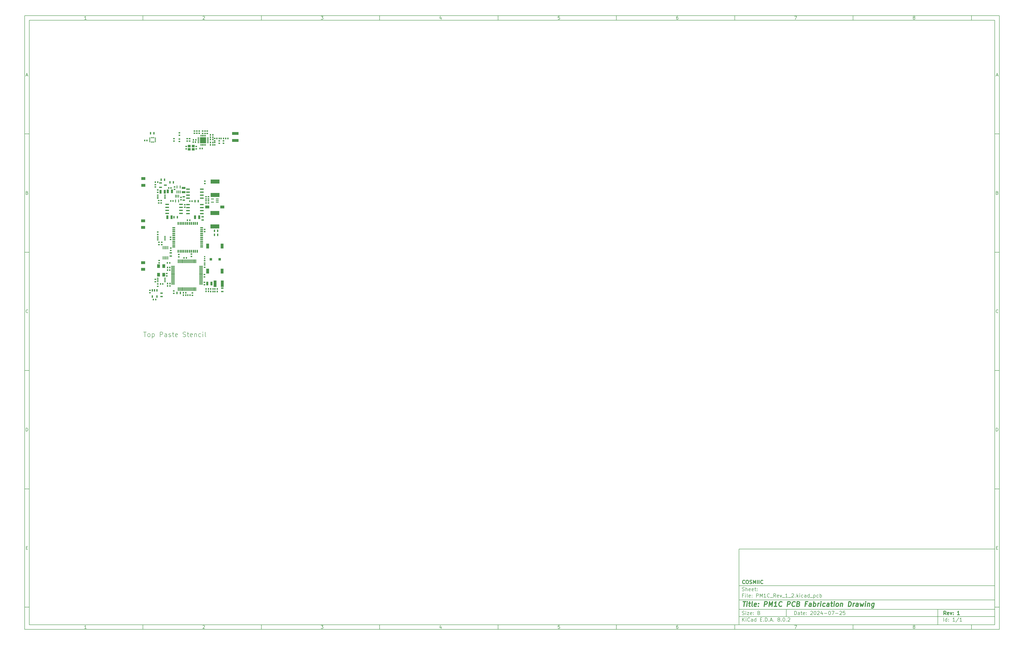
<source format=gbr>
%TF.GenerationSoftware,KiCad,Pcbnew,8.0.2*%
%TF.CreationDate,2024-09-08T21:36:51-05:00*%
%TF.ProjectId,PM1C_Rev_1_2,504d3143-5f52-4657-965f-315f322e6b69,1*%
%TF.SameCoordinates,PX297003ePY8770cd2*%
%TF.FileFunction,Paste,Top*%
%TF.FilePolarity,Positive*%
%FSLAX46Y46*%
G04 Gerber Fmt 4.6, Leading zero omitted, Abs format (unit mm)*
G04 Created by KiCad (PCBNEW 8.0.2) date 2024-09-08 21:36:51*
%MOMM*%
%LPD*%
G01*
G04 APERTURE LIST*
%ADD10C,0.100000*%
%ADD11C,0.150000*%
%ADD12C,0.300000*%
%ADD13C,0.400000*%
%ADD14C,0.200000*%
%ADD15R,0.750000X0.500000*%
%ADD16R,0.400000X1.150000*%
%ADD17R,0.300000X1.500000*%
%ADD18R,1.500000X0.300000*%
%ADD19R,0.500000X0.750000*%
%ADD20R,1.000000X0.600000*%
%ADD21R,0.950000X1.550000*%
%ADD22R,0.600000X1.000000*%
%ADD23R,1.800000X1.200000*%
%ADD24R,1.150000X0.400000*%
%ADD25R,1.150000X2.700000*%
%ADD26R,1.250000X1.600000*%
%ADD27R,0.750000X0.300000*%
%ADD28R,2.700000X1.150000*%
%ADD29R,1.500000X0.600000*%
%ADD30R,3.800000X1.700000*%
%ADD31R,1.200000X1.000000*%
%ADD32R,1.550000X0.950000*%
%ADD33R,0.730000X0.300000*%
%ADD34R,0.300000X0.730000*%
%ADD35R,2.500000X2.500000*%
%ADD36R,1.200000X0.500000*%
%ADD37R,0.500000X1.200000*%
%ADD38R,1.150000X2.100000*%
%ADD39R,0.600000X0.500000*%
%ADD40R,1.300000X0.600000*%
%ADD41R,1.100000X1.100000*%
%ADD42R,0.533400X0.304800*%
%ADD43R,0.304800X0.533400*%
%ADD44R,0.450000X1.400000*%
G04 APERTURE END LIST*
D10*
D11*
X268349570Y-93380206D02*
X376349570Y-93380206D01*
X376349570Y-125380206D01*
X268349570Y-125380206D01*
X268349570Y-93380206D01*
D10*
D11*
X-33450430Y132019794D02*
X378349570Y132019794D01*
X378349570Y-127380206D01*
X-33450430Y-127380206D01*
X-33450430Y132019794D01*
D10*
D11*
X-31450430Y130019794D02*
X376349570Y130019794D01*
X376349570Y-125380206D01*
X-31450430Y-125380206D01*
X-31450430Y130019794D01*
D10*
D11*
X16549570Y130019794D02*
X16549570Y132019794D01*
D10*
D11*
X66549570Y130019794D02*
X66549570Y132019794D01*
D10*
D11*
X116549570Y130019794D02*
X116549570Y132019794D01*
D10*
D11*
X166549570Y130019794D02*
X166549570Y132019794D01*
D10*
D11*
X216549570Y130019794D02*
X216549570Y132019794D01*
D10*
D11*
X266549570Y130019794D02*
X266549570Y132019794D01*
D10*
D11*
X316549570Y130019794D02*
X316549570Y132019794D01*
D10*
D11*
X366549570Y130019794D02*
X366549570Y132019794D01*
D10*
D11*
X-7361270Y130426190D02*
X-8104127Y130426190D01*
X-7732699Y130426190D02*
X-7732699Y131726190D01*
X-7732699Y131726190D02*
X-7856508Y131540475D01*
X-7856508Y131540475D02*
X-7980318Y131416666D01*
X-7980318Y131416666D02*
X-8104127Y131354761D01*
D10*
D11*
X41895873Y131602380D02*
X41957777Y131664285D01*
X41957777Y131664285D02*
X42081587Y131726190D01*
X42081587Y131726190D02*
X42391111Y131726190D01*
X42391111Y131726190D02*
X42514920Y131664285D01*
X42514920Y131664285D02*
X42576825Y131602380D01*
X42576825Y131602380D02*
X42638730Y131478571D01*
X42638730Y131478571D02*
X42638730Y131354761D01*
X42638730Y131354761D02*
X42576825Y131169047D01*
X42576825Y131169047D02*
X41833968Y130426190D01*
X41833968Y130426190D02*
X42638730Y130426190D01*
D10*
D11*
X91833968Y131726190D02*
X92638730Y131726190D01*
X92638730Y131726190D02*
X92205396Y131230952D01*
X92205396Y131230952D02*
X92391111Y131230952D01*
X92391111Y131230952D02*
X92514920Y131169047D01*
X92514920Y131169047D02*
X92576825Y131107142D01*
X92576825Y131107142D02*
X92638730Y130983333D01*
X92638730Y130983333D02*
X92638730Y130673809D01*
X92638730Y130673809D02*
X92576825Y130549999D01*
X92576825Y130549999D02*
X92514920Y130488094D01*
X92514920Y130488094D02*
X92391111Y130426190D01*
X92391111Y130426190D02*
X92019682Y130426190D01*
X92019682Y130426190D02*
X91895873Y130488094D01*
X91895873Y130488094D02*
X91833968Y130549999D01*
D10*
D11*
X142514920Y131292856D02*
X142514920Y130426190D01*
X142205396Y131788094D02*
X141895873Y130859523D01*
X141895873Y130859523D02*
X142700634Y130859523D01*
D10*
D11*
X192576825Y131726190D02*
X191957777Y131726190D01*
X191957777Y131726190D02*
X191895873Y131107142D01*
X191895873Y131107142D02*
X191957777Y131169047D01*
X191957777Y131169047D02*
X192081587Y131230952D01*
X192081587Y131230952D02*
X192391111Y131230952D01*
X192391111Y131230952D02*
X192514920Y131169047D01*
X192514920Y131169047D02*
X192576825Y131107142D01*
X192576825Y131107142D02*
X192638730Y130983333D01*
X192638730Y130983333D02*
X192638730Y130673809D01*
X192638730Y130673809D02*
X192576825Y130549999D01*
X192576825Y130549999D02*
X192514920Y130488094D01*
X192514920Y130488094D02*
X192391111Y130426190D01*
X192391111Y130426190D02*
X192081587Y130426190D01*
X192081587Y130426190D02*
X191957777Y130488094D01*
X191957777Y130488094D02*
X191895873Y130549999D01*
D10*
D11*
X242514920Y131726190D02*
X242267301Y131726190D01*
X242267301Y131726190D02*
X242143492Y131664285D01*
X242143492Y131664285D02*
X242081587Y131602380D01*
X242081587Y131602380D02*
X241957777Y131416666D01*
X241957777Y131416666D02*
X241895873Y131169047D01*
X241895873Y131169047D02*
X241895873Y130673809D01*
X241895873Y130673809D02*
X241957777Y130549999D01*
X241957777Y130549999D02*
X242019682Y130488094D01*
X242019682Y130488094D02*
X242143492Y130426190D01*
X242143492Y130426190D02*
X242391111Y130426190D01*
X242391111Y130426190D02*
X242514920Y130488094D01*
X242514920Y130488094D02*
X242576825Y130549999D01*
X242576825Y130549999D02*
X242638730Y130673809D01*
X242638730Y130673809D02*
X242638730Y130983333D01*
X242638730Y130983333D02*
X242576825Y131107142D01*
X242576825Y131107142D02*
X242514920Y131169047D01*
X242514920Y131169047D02*
X242391111Y131230952D01*
X242391111Y131230952D02*
X242143492Y131230952D01*
X242143492Y131230952D02*
X242019682Y131169047D01*
X242019682Y131169047D02*
X241957777Y131107142D01*
X241957777Y131107142D02*
X241895873Y130983333D01*
D10*
D11*
X291833968Y131726190D02*
X292700634Y131726190D01*
X292700634Y131726190D02*
X292143492Y130426190D01*
D10*
D11*
X342143492Y131169047D02*
X342019682Y131230952D01*
X342019682Y131230952D02*
X341957777Y131292856D01*
X341957777Y131292856D02*
X341895873Y131416666D01*
X341895873Y131416666D02*
X341895873Y131478571D01*
X341895873Y131478571D02*
X341957777Y131602380D01*
X341957777Y131602380D02*
X342019682Y131664285D01*
X342019682Y131664285D02*
X342143492Y131726190D01*
X342143492Y131726190D02*
X342391111Y131726190D01*
X342391111Y131726190D02*
X342514920Y131664285D01*
X342514920Y131664285D02*
X342576825Y131602380D01*
X342576825Y131602380D02*
X342638730Y131478571D01*
X342638730Y131478571D02*
X342638730Y131416666D01*
X342638730Y131416666D02*
X342576825Y131292856D01*
X342576825Y131292856D02*
X342514920Y131230952D01*
X342514920Y131230952D02*
X342391111Y131169047D01*
X342391111Y131169047D02*
X342143492Y131169047D01*
X342143492Y131169047D02*
X342019682Y131107142D01*
X342019682Y131107142D02*
X341957777Y131045237D01*
X341957777Y131045237D02*
X341895873Y130921428D01*
X341895873Y130921428D02*
X341895873Y130673809D01*
X341895873Y130673809D02*
X341957777Y130549999D01*
X341957777Y130549999D02*
X342019682Y130488094D01*
X342019682Y130488094D02*
X342143492Y130426190D01*
X342143492Y130426190D02*
X342391111Y130426190D01*
X342391111Y130426190D02*
X342514920Y130488094D01*
X342514920Y130488094D02*
X342576825Y130549999D01*
X342576825Y130549999D02*
X342638730Y130673809D01*
X342638730Y130673809D02*
X342638730Y130921428D01*
X342638730Y130921428D02*
X342576825Y131045237D01*
X342576825Y131045237D02*
X342514920Y131107142D01*
X342514920Y131107142D02*
X342391111Y131169047D01*
D10*
D11*
X16549570Y-125380206D02*
X16549570Y-127380206D01*
D10*
D11*
X66549570Y-125380206D02*
X66549570Y-127380206D01*
D10*
D11*
X116549570Y-125380206D02*
X116549570Y-127380206D01*
D10*
D11*
X166549570Y-125380206D02*
X166549570Y-127380206D01*
D10*
D11*
X216549570Y-125380206D02*
X216549570Y-127380206D01*
D10*
D11*
X266549570Y-125380206D02*
X266549570Y-127380206D01*
D10*
D11*
X316549570Y-125380206D02*
X316549570Y-127380206D01*
D10*
D11*
X366549570Y-125380206D02*
X366549570Y-127380206D01*
D10*
D11*
X-7361270Y-126973810D02*
X-8104127Y-126973810D01*
X-7732699Y-126973810D02*
X-7732699Y-125673810D01*
X-7732699Y-125673810D02*
X-7856508Y-125859525D01*
X-7856508Y-125859525D02*
X-7980318Y-125983334D01*
X-7980318Y-125983334D02*
X-8104127Y-126045239D01*
D10*
D11*
X41895873Y-125797620D02*
X41957777Y-125735715D01*
X41957777Y-125735715D02*
X42081587Y-125673810D01*
X42081587Y-125673810D02*
X42391111Y-125673810D01*
X42391111Y-125673810D02*
X42514920Y-125735715D01*
X42514920Y-125735715D02*
X42576825Y-125797620D01*
X42576825Y-125797620D02*
X42638730Y-125921429D01*
X42638730Y-125921429D02*
X42638730Y-126045239D01*
X42638730Y-126045239D02*
X42576825Y-126230953D01*
X42576825Y-126230953D02*
X41833968Y-126973810D01*
X41833968Y-126973810D02*
X42638730Y-126973810D01*
D10*
D11*
X91833968Y-125673810D02*
X92638730Y-125673810D01*
X92638730Y-125673810D02*
X92205396Y-126169048D01*
X92205396Y-126169048D02*
X92391111Y-126169048D01*
X92391111Y-126169048D02*
X92514920Y-126230953D01*
X92514920Y-126230953D02*
X92576825Y-126292858D01*
X92576825Y-126292858D02*
X92638730Y-126416667D01*
X92638730Y-126416667D02*
X92638730Y-126726191D01*
X92638730Y-126726191D02*
X92576825Y-126850001D01*
X92576825Y-126850001D02*
X92514920Y-126911906D01*
X92514920Y-126911906D02*
X92391111Y-126973810D01*
X92391111Y-126973810D02*
X92019682Y-126973810D01*
X92019682Y-126973810D02*
X91895873Y-126911906D01*
X91895873Y-126911906D02*
X91833968Y-126850001D01*
D10*
D11*
X142514920Y-126107144D02*
X142514920Y-126973810D01*
X142205396Y-125611906D02*
X141895873Y-126540477D01*
X141895873Y-126540477D02*
X142700634Y-126540477D01*
D10*
D11*
X192576825Y-125673810D02*
X191957777Y-125673810D01*
X191957777Y-125673810D02*
X191895873Y-126292858D01*
X191895873Y-126292858D02*
X191957777Y-126230953D01*
X191957777Y-126230953D02*
X192081587Y-126169048D01*
X192081587Y-126169048D02*
X192391111Y-126169048D01*
X192391111Y-126169048D02*
X192514920Y-126230953D01*
X192514920Y-126230953D02*
X192576825Y-126292858D01*
X192576825Y-126292858D02*
X192638730Y-126416667D01*
X192638730Y-126416667D02*
X192638730Y-126726191D01*
X192638730Y-126726191D02*
X192576825Y-126850001D01*
X192576825Y-126850001D02*
X192514920Y-126911906D01*
X192514920Y-126911906D02*
X192391111Y-126973810D01*
X192391111Y-126973810D02*
X192081587Y-126973810D01*
X192081587Y-126973810D02*
X191957777Y-126911906D01*
X191957777Y-126911906D02*
X191895873Y-126850001D01*
D10*
D11*
X242514920Y-125673810D02*
X242267301Y-125673810D01*
X242267301Y-125673810D02*
X242143492Y-125735715D01*
X242143492Y-125735715D02*
X242081587Y-125797620D01*
X242081587Y-125797620D02*
X241957777Y-125983334D01*
X241957777Y-125983334D02*
X241895873Y-126230953D01*
X241895873Y-126230953D02*
X241895873Y-126726191D01*
X241895873Y-126726191D02*
X241957777Y-126850001D01*
X241957777Y-126850001D02*
X242019682Y-126911906D01*
X242019682Y-126911906D02*
X242143492Y-126973810D01*
X242143492Y-126973810D02*
X242391111Y-126973810D01*
X242391111Y-126973810D02*
X242514920Y-126911906D01*
X242514920Y-126911906D02*
X242576825Y-126850001D01*
X242576825Y-126850001D02*
X242638730Y-126726191D01*
X242638730Y-126726191D02*
X242638730Y-126416667D01*
X242638730Y-126416667D02*
X242576825Y-126292858D01*
X242576825Y-126292858D02*
X242514920Y-126230953D01*
X242514920Y-126230953D02*
X242391111Y-126169048D01*
X242391111Y-126169048D02*
X242143492Y-126169048D01*
X242143492Y-126169048D02*
X242019682Y-126230953D01*
X242019682Y-126230953D02*
X241957777Y-126292858D01*
X241957777Y-126292858D02*
X241895873Y-126416667D01*
D10*
D11*
X291833968Y-125673810D02*
X292700634Y-125673810D01*
X292700634Y-125673810D02*
X292143492Y-126973810D01*
D10*
D11*
X342143492Y-126230953D02*
X342019682Y-126169048D01*
X342019682Y-126169048D02*
X341957777Y-126107144D01*
X341957777Y-126107144D02*
X341895873Y-125983334D01*
X341895873Y-125983334D02*
X341895873Y-125921429D01*
X341895873Y-125921429D02*
X341957777Y-125797620D01*
X341957777Y-125797620D02*
X342019682Y-125735715D01*
X342019682Y-125735715D02*
X342143492Y-125673810D01*
X342143492Y-125673810D02*
X342391111Y-125673810D01*
X342391111Y-125673810D02*
X342514920Y-125735715D01*
X342514920Y-125735715D02*
X342576825Y-125797620D01*
X342576825Y-125797620D02*
X342638730Y-125921429D01*
X342638730Y-125921429D02*
X342638730Y-125983334D01*
X342638730Y-125983334D02*
X342576825Y-126107144D01*
X342576825Y-126107144D02*
X342514920Y-126169048D01*
X342514920Y-126169048D02*
X342391111Y-126230953D01*
X342391111Y-126230953D02*
X342143492Y-126230953D01*
X342143492Y-126230953D02*
X342019682Y-126292858D01*
X342019682Y-126292858D02*
X341957777Y-126354763D01*
X341957777Y-126354763D02*
X341895873Y-126478572D01*
X341895873Y-126478572D02*
X341895873Y-126726191D01*
X341895873Y-126726191D02*
X341957777Y-126850001D01*
X341957777Y-126850001D02*
X342019682Y-126911906D01*
X342019682Y-126911906D02*
X342143492Y-126973810D01*
X342143492Y-126973810D02*
X342391111Y-126973810D01*
X342391111Y-126973810D02*
X342514920Y-126911906D01*
X342514920Y-126911906D02*
X342576825Y-126850001D01*
X342576825Y-126850001D02*
X342638730Y-126726191D01*
X342638730Y-126726191D02*
X342638730Y-126478572D01*
X342638730Y-126478572D02*
X342576825Y-126354763D01*
X342576825Y-126354763D02*
X342514920Y-126292858D01*
X342514920Y-126292858D02*
X342391111Y-126230953D01*
D10*
D11*
X-33450430Y82019794D02*
X-31450430Y82019794D01*
D10*
D11*
X-33450430Y32019794D02*
X-31450430Y32019794D01*
D10*
D11*
X-33450430Y-17980206D02*
X-31450430Y-17980206D01*
D10*
D11*
X-33450430Y-67980206D02*
X-31450430Y-67980206D01*
D10*
D11*
X-33450430Y-117980206D02*
X-31450430Y-117980206D01*
D10*
D11*
X-32759954Y106797618D02*
X-32140907Y106797618D01*
X-32883764Y106426190D02*
X-32450431Y107726190D01*
X-32450431Y107726190D02*
X-32017097Y106426190D01*
D10*
D11*
X-32357573Y57107142D02*
X-32171859Y57045237D01*
X-32171859Y57045237D02*
X-32109954Y56983333D01*
X-32109954Y56983333D02*
X-32048050Y56859523D01*
X-32048050Y56859523D02*
X-32048050Y56673809D01*
X-32048050Y56673809D02*
X-32109954Y56549999D01*
X-32109954Y56549999D02*
X-32171859Y56488094D01*
X-32171859Y56488094D02*
X-32295669Y56426190D01*
X-32295669Y56426190D02*
X-32790907Y56426190D01*
X-32790907Y56426190D02*
X-32790907Y57726190D01*
X-32790907Y57726190D02*
X-32357573Y57726190D01*
X-32357573Y57726190D02*
X-32233764Y57664285D01*
X-32233764Y57664285D02*
X-32171859Y57602380D01*
X-32171859Y57602380D02*
X-32109954Y57478571D01*
X-32109954Y57478571D02*
X-32109954Y57354761D01*
X-32109954Y57354761D02*
X-32171859Y57230952D01*
X-32171859Y57230952D02*
X-32233764Y57169047D01*
X-32233764Y57169047D02*
X-32357573Y57107142D01*
X-32357573Y57107142D02*
X-32790907Y57107142D01*
D10*
D11*
X-32048050Y6549999D02*
X-32109954Y6488094D01*
X-32109954Y6488094D02*
X-32295669Y6426190D01*
X-32295669Y6426190D02*
X-32419478Y6426190D01*
X-32419478Y6426190D02*
X-32605192Y6488094D01*
X-32605192Y6488094D02*
X-32729002Y6611904D01*
X-32729002Y6611904D02*
X-32790907Y6735714D01*
X-32790907Y6735714D02*
X-32852811Y6983333D01*
X-32852811Y6983333D02*
X-32852811Y7169047D01*
X-32852811Y7169047D02*
X-32790907Y7416666D01*
X-32790907Y7416666D02*
X-32729002Y7540475D01*
X-32729002Y7540475D02*
X-32605192Y7664285D01*
X-32605192Y7664285D02*
X-32419478Y7726190D01*
X-32419478Y7726190D02*
X-32295669Y7726190D01*
X-32295669Y7726190D02*
X-32109954Y7664285D01*
X-32109954Y7664285D02*
X-32048050Y7602380D01*
D10*
D11*
X-32790907Y-43573810D02*
X-32790907Y-42273810D01*
X-32790907Y-42273810D02*
X-32481383Y-42273810D01*
X-32481383Y-42273810D02*
X-32295669Y-42335715D01*
X-32295669Y-42335715D02*
X-32171859Y-42459525D01*
X-32171859Y-42459525D02*
X-32109954Y-42583334D01*
X-32109954Y-42583334D02*
X-32048050Y-42830953D01*
X-32048050Y-42830953D02*
X-32048050Y-43016667D01*
X-32048050Y-43016667D02*
X-32109954Y-43264286D01*
X-32109954Y-43264286D02*
X-32171859Y-43388096D01*
X-32171859Y-43388096D02*
X-32295669Y-43511906D01*
X-32295669Y-43511906D02*
X-32481383Y-43573810D01*
X-32481383Y-43573810D02*
X-32790907Y-43573810D01*
D10*
D11*
X-32729002Y-92892858D02*
X-32295668Y-92892858D01*
X-32109954Y-93573810D02*
X-32729002Y-93573810D01*
X-32729002Y-93573810D02*
X-32729002Y-92273810D01*
X-32729002Y-92273810D02*
X-32109954Y-92273810D01*
D10*
D11*
X378349570Y82019794D02*
X376349570Y82019794D01*
D10*
D11*
X378349570Y32019794D02*
X376349570Y32019794D01*
D10*
D11*
X378349570Y-17980206D02*
X376349570Y-17980206D01*
D10*
D11*
X378349570Y-67980206D02*
X376349570Y-67980206D01*
D10*
D11*
X378349570Y-117980206D02*
X376349570Y-117980206D01*
D10*
D11*
X377040046Y106797618D02*
X377659093Y106797618D01*
X376916236Y106426190D02*
X377349569Y107726190D01*
X377349569Y107726190D02*
X377782903Y106426190D01*
D10*
D11*
X377442427Y57107142D02*
X377628141Y57045237D01*
X377628141Y57045237D02*
X377690046Y56983333D01*
X377690046Y56983333D02*
X377751950Y56859523D01*
X377751950Y56859523D02*
X377751950Y56673809D01*
X377751950Y56673809D02*
X377690046Y56549999D01*
X377690046Y56549999D02*
X377628141Y56488094D01*
X377628141Y56488094D02*
X377504331Y56426190D01*
X377504331Y56426190D02*
X377009093Y56426190D01*
X377009093Y56426190D02*
X377009093Y57726190D01*
X377009093Y57726190D02*
X377442427Y57726190D01*
X377442427Y57726190D02*
X377566236Y57664285D01*
X377566236Y57664285D02*
X377628141Y57602380D01*
X377628141Y57602380D02*
X377690046Y57478571D01*
X377690046Y57478571D02*
X377690046Y57354761D01*
X377690046Y57354761D02*
X377628141Y57230952D01*
X377628141Y57230952D02*
X377566236Y57169047D01*
X377566236Y57169047D02*
X377442427Y57107142D01*
X377442427Y57107142D02*
X377009093Y57107142D01*
D10*
D11*
X377751950Y6549999D02*
X377690046Y6488094D01*
X377690046Y6488094D02*
X377504331Y6426190D01*
X377504331Y6426190D02*
X377380522Y6426190D01*
X377380522Y6426190D02*
X377194808Y6488094D01*
X377194808Y6488094D02*
X377070998Y6611904D01*
X377070998Y6611904D02*
X377009093Y6735714D01*
X377009093Y6735714D02*
X376947189Y6983333D01*
X376947189Y6983333D02*
X376947189Y7169047D01*
X376947189Y7169047D02*
X377009093Y7416666D01*
X377009093Y7416666D02*
X377070998Y7540475D01*
X377070998Y7540475D02*
X377194808Y7664285D01*
X377194808Y7664285D02*
X377380522Y7726190D01*
X377380522Y7726190D02*
X377504331Y7726190D01*
X377504331Y7726190D02*
X377690046Y7664285D01*
X377690046Y7664285D02*
X377751950Y7602380D01*
D10*
D11*
X377009093Y-43573810D02*
X377009093Y-42273810D01*
X377009093Y-42273810D02*
X377318617Y-42273810D01*
X377318617Y-42273810D02*
X377504331Y-42335715D01*
X377504331Y-42335715D02*
X377628141Y-42459525D01*
X377628141Y-42459525D02*
X377690046Y-42583334D01*
X377690046Y-42583334D02*
X377751950Y-42830953D01*
X377751950Y-42830953D02*
X377751950Y-43016667D01*
X377751950Y-43016667D02*
X377690046Y-43264286D01*
X377690046Y-43264286D02*
X377628141Y-43388096D01*
X377628141Y-43388096D02*
X377504331Y-43511906D01*
X377504331Y-43511906D02*
X377318617Y-43573810D01*
X377318617Y-43573810D02*
X377009093Y-43573810D01*
D10*
D11*
X377070998Y-92892858D02*
X377504332Y-92892858D01*
X377690046Y-93573810D02*
X377070998Y-93573810D01*
X377070998Y-93573810D02*
X377070998Y-92273810D01*
X377070998Y-92273810D02*
X377690046Y-92273810D01*
D10*
D11*
X291805396Y-121166334D02*
X291805396Y-119666334D01*
X291805396Y-119666334D02*
X292162539Y-119666334D01*
X292162539Y-119666334D02*
X292376825Y-119737763D01*
X292376825Y-119737763D02*
X292519682Y-119880620D01*
X292519682Y-119880620D02*
X292591111Y-120023477D01*
X292591111Y-120023477D02*
X292662539Y-120309191D01*
X292662539Y-120309191D02*
X292662539Y-120523477D01*
X292662539Y-120523477D02*
X292591111Y-120809191D01*
X292591111Y-120809191D02*
X292519682Y-120952048D01*
X292519682Y-120952048D02*
X292376825Y-121094906D01*
X292376825Y-121094906D02*
X292162539Y-121166334D01*
X292162539Y-121166334D02*
X291805396Y-121166334D01*
X293948254Y-121166334D02*
X293948254Y-120380620D01*
X293948254Y-120380620D02*
X293876825Y-120237763D01*
X293876825Y-120237763D02*
X293733968Y-120166334D01*
X293733968Y-120166334D02*
X293448254Y-120166334D01*
X293448254Y-120166334D02*
X293305396Y-120237763D01*
X293948254Y-121094906D02*
X293805396Y-121166334D01*
X293805396Y-121166334D02*
X293448254Y-121166334D01*
X293448254Y-121166334D02*
X293305396Y-121094906D01*
X293305396Y-121094906D02*
X293233968Y-120952048D01*
X293233968Y-120952048D02*
X293233968Y-120809191D01*
X293233968Y-120809191D02*
X293305396Y-120666334D01*
X293305396Y-120666334D02*
X293448254Y-120594906D01*
X293448254Y-120594906D02*
X293805396Y-120594906D01*
X293805396Y-120594906D02*
X293948254Y-120523477D01*
X294448254Y-120166334D02*
X295019682Y-120166334D01*
X294662539Y-119666334D02*
X294662539Y-120952048D01*
X294662539Y-120952048D02*
X294733968Y-121094906D01*
X294733968Y-121094906D02*
X294876825Y-121166334D01*
X294876825Y-121166334D02*
X295019682Y-121166334D01*
X296091111Y-121094906D02*
X295948254Y-121166334D01*
X295948254Y-121166334D02*
X295662540Y-121166334D01*
X295662540Y-121166334D02*
X295519682Y-121094906D01*
X295519682Y-121094906D02*
X295448254Y-120952048D01*
X295448254Y-120952048D02*
X295448254Y-120380620D01*
X295448254Y-120380620D02*
X295519682Y-120237763D01*
X295519682Y-120237763D02*
X295662540Y-120166334D01*
X295662540Y-120166334D02*
X295948254Y-120166334D01*
X295948254Y-120166334D02*
X296091111Y-120237763D01*
X296091111Y-120237763D02*
X296162540Y-120380620D01*
X296162540Y-120380620D02*
X296162540Y-120523477D01*
X296162540Y-120523477D02*
X295448254Y-120666334D01*
X296805396Y-121023477D02*
X296876825Y-121094906D01*
X296876825Y-121094906D02*
X296805396Y-121166334D01*
X296805396Y-121166334D02*
X296733968Y-121094906D01*
X296733968Y-121094906D02*
X296805396Y-121023477D01*
X296805396Y-121023477D02*
X296805396Y-121166334D01*
X296805396Y-120237763D02*
X296876825Y-120309191D01*
X296876825Y-120309191D02*
X296805396Y-120380620D01*
X296805396Y-120380620D02*
X296733968Y-120309191D01*
X296733968Y-120309191D02*
X296805396Y-120237763D01*
X296805396Y-120237763D02*
X296805396Y-120380620D01*
X298591111Y-119809191D02*
X298662539Y-119737763D01*
X298662539Y-119737763D02*
X298805397Y-119666334D01*
X298805397Y-119666334D02*
X299162539Y-119666334D01*
X299162539Y-119666334D02*
X299305397Y-119737763D01*
X299305397Y-119737763D02*
X299376825Y-119809191D01*
X299376825Y-119809191D02*
X299448254Y-119952048D01*
X299448254Y-119952048D02*
X299448254Y-120094906D01*
X299448254Y-120094906D02*
X299376825Y-120309191D01*
X299376825Y-120309191D02*
X298519682Y-121166334D01*
X298519682Y-121166334D02*
X299448254Y-121166334D01*
X300376825Y-119666334D02*
X300519682Y-119666334D01*
X300519682Y-119666334D02*
X300662539Y-119737763D01*
X300662539Y-119737763D02*
X300733968Y-119809191D01*
X300733968Y-119809191D02*
X300805396Y-119952048D01*
X300805396Y-119952048D02*
X300876825Y-120237763D01*
X300876825Y-120237763D02*
X300876825Y-120594906D01*
X300876825Y-120594906D02*
X300805396Y-120880620D01*
X300805396Y-120880620D02*
X300733968Y-121023477D01*
X300733968Y-121023477D02*
X300662539Y-121094906D01*
X300662539Y-121094906D02*
X300519682Y-121166334D01*
X300519682Y-121166334D02*
X300376825Y-121166334D01*
X300376825Y-121166334D02*
X300233968Y-121094906D01*
X300233968Y-121094906D02*
X300162539Y-121023477D01*
X300162539Y-121023477D02*
X300091110Y-120880620D01*
X300091110Y-120880620D02*
X300019682Y-120594906D01*
X300019682Y-120594906D02*
X300019682Y-120237763D01*
X300019682Y-120237763D02*
X300091110Y-119952048D01*
X300091110Y-119952048D02*
X300162539Y-119809191D01*
X300162539Y-119809191D02*
X300233968Y-119737763D01*
X300233968Y-119737763D02*
X300376825Y-119666334D01*
X301448253Y-119809191D02*
X301519681Y-119737763D01*
X301519681Y-119737763D02*
X301662539Y-119666334D01*
X301662539Y-119666334D02*
X302019681Y-119666334D01*
X302019681Y-119666334D02*
X302162539Y-119737763D01*
X302162539Y-119737763D02*
X302233967Y-119809191D01*
X302233967Y-119809191D02*
X302305396Y-119952048D01*
X302305396Y-119952048D02*
X302305396Y-120094906D01*
X302305396Y-120094906D02*
X302233967Y-120309191D01*
X302233967Y-120309191D02*
X301376824Y-121166334D01*
X301376824Y-121166334D02*
X302305396Y-121166334D01*
X303591110Y-120166334D02*
X303591110Y-121166334D01*
X303233967Y-119594906D02*
X302876824Y-120666334D01*
X302876824Y-120666334D02*
X303805395Y-120666334D01*
X304376823Y-120594906D02*
X305519681Y-120594906D01*
X306519681Y-119666334D02*
X306662538Y-119666334D01*
X306662538Y-119666334D02*
X306805395Y-119737763D01*
X306805395Y-119737763D02*
X306876824Y-119809191D01*
X306876824Y-119809191D02*
X306948252Y-119952048D01*
X306948252Y-119952048D02*
X307019681Y-120237763D01*
X307019681Y-120237763D02*
X307019681Y-120594906D01*
X307019681Y-120594906D02*
X306948252Y-120880620D01*
X306948252Y-120880620D02*
X306876824Y-121023477D01*
X306876824Y-121023477D02*
X306805395Y-121094906D01*
X306805395Y-121094906D02*
X306662538Y-121166334D01*
X306662538Y-121166334D02*
X306519681Y-121166334D01*
X306519681Y-121166334D02*
X306376824Y-121094906D01*
X306376824Y-121094906D02*
X306305395Y-121023477D01*
X306305395Y-121023477D02*
X306233966Y-120880620D01*
X306233966Y-120880620D02*
X306162538Y-120594906D01*
X306162538Y-120594906D02*
X306162538Y-120237763D01*
X306162538Y-120237763D02*
X306233966Y-119952048D01*
X306233966Y-119952048D02*
X306305395Y-119809191D01*
X306305395Y-119809191D02*
X306376824Y-119737763D01*
X306376824Y-119737763D02*
X306519681Y-119666334D01*
X307519680Y-119666334D02*
X308519680Y-119666334D01*
X308519680Y-119666334D02*
X307876823Y-121166334D01*
X309091108Y-120594906D02*
X310233966Y-120594906D01*
X310876823Y-119809191D02*
X310948251Y-119737763D01*
X310948251Y-119737763D02*
X311091109Y-119666334D01*
X311091109Y-119666334D02*
X311448251Y-119666334D01*
X311448251Y-119666334D02*
X311591109Y-119737763D01*
X311591109Y-119737763D02*
X311662537Y-119809191D01*
X311662537Y-119809191D02*
X311733966Y-119952048D01*
X311733966Y-119952048D02*
X311733966Y-120094906D01*
X311733966Y-120094906D02*
X311662537Y-120309191D01*
X311662537Y-120309191D02*
X310805394Y-121166334D01*
X310805394Y-121166334D02*
X311733966Y-121166334D01*
X313091108Y-119666334D02*
X312376822Y-119666334D01*
X312376822Y-119666334D02*
X312305394Y-120380620D01*
X312305394Y-120380620D02*
X312376822Y-120309191D01*
X312376822Y-120309191D02*
X312519680Y-120237763D01*
X312519680Y-120237763D02*
X312876822Y-120237763D01*
X312876822Y-120237763D02*
X313019680Y-120309191D01*
X313019680Y-120309191D02*
X313091108Y-120380620D01*
X313091108Y-120380620D02*
X313162537Y-120523477D01*
X313162537Y-120523477D02*
X313162537Y-120880620D01*
X313162537Y-120880620D02*
X313091108Y-121023477D01*
X313091108Y-121023477D02*
X313019680Y-121094906D01*
X313019680Y-121094906D02*
X312876822Y-121166334D01*
X312876822Y-121166334D02*
X312519680Y-121166334D01*
X312519680Y-121166334D02*
X312376822Y-121094906D01*
X312376822Y-121094906D02*
X312305394Y-121023477D01*
D10*
D11*
X268349570Y-121880206D02*
X376349570Y-121880206D01*
D10*
D11*
X269805396Y-123966334D02*
X269805396Y-122466334D01*
X270662539Y-123966334D02*
X270019682Y-123109191D01*
X270662539Y-122466334D02*
X269805396Y-123323477D01*
X271305396Y-123966334D02*
X271305396Y-122966334D01*
X271305396Y-122466334D02*
X271233968Y-122537763D01*
X271233968Y-122537763D02*
X271305396Y-122609191D01*
X271305396Y-122609191D02*
X271376825Y-122537763D01*
X271376825Y-122537763D02*
X271305396Y-122466334D01*
X271305396Y-122466334D02*
X271305396Y-122609191D01*
X272876825Y-123823477D02*
X272805397Y-123894906D01*
X272805397Y-123894906D02*
X272591111Y-123966334D01*
X272591111Y-123966334D02*
X272448254Y-123966334D01*
X272448254Y-123966334D02*
X272233968Y-123894906D01*
X272233968Y-123894906D02*
X272091111Y-123752048D01*
X272091111Y-123752048D02*
X272019682Y-123609191D01*
X272019682Y-123609191D02*
X271948254Y-123323477D01*
X271948254Y-123323477D02*
X271948254Y-123109191D01*
X271948254Y-123109191D02*
X272019682Y-122823477D01*
X272019682Y-122823477D02*
X272091111Y-122680620D01*
X272091111Y-122680620D02*
X272233968Y-122537763D01*
X272233968Y-122537763D02*
X272448254Y-122466334D01*
X272448254Y-122466334D02*
X272591111Y-122466334D01*
X272591111Y-122466334D02*
X272805397Y-122537763D01*
X272805397Y-122537763D02*
X272876825Y-122609191D01*
X274162540Y-123966334D02*
X274162540Y-123180620D01*
X274162540Y-123180620D02*
X274091111Y-123037763D01*
X274091111Y-123037763D02*
X273948254Y-122966334D01*
X273948254Y-122966334D02*
X273662540Y-122966334D01*
X273662540Y-122966334D02*
X273519682Y-123037763D01*
X274162540Y-123894906D02*
X274019682Y-123966334D01*
X274019682Y-123966334D02*
X273662540Y-123966334D01*
X273662540Y-123966334D02*
X273519682Y-123894906D01*
X273519682Y-123894906D02*
X273448254Y-123752048D01*
X273448254Y-123752048D02*
X273448254Y-123609191D01*
X273448254Y-123609191D02*
X273519682Y-123466334D01*
X273519682Y-123466334D02*
X273662540Y-123394906D01*
X273662540Y-123394906D02*
X274019682Y-123394906D01*
X274019682Y-123394906D02*
X274162540Y-123323477D01*
X275519683Y-123966334D02*
X275519683Y-122466334D01*
X275519683Y-123894906D02*
X275376825Y-123966334D01*
X275376825Y-123966334D02*
X275091111Y-123966334D01*
X275091111Y-123966334D02*
X274948254Y-123894906D01*
X274948254Y-123894906D02*
X274876825Y-123823477D01*
X274876825Y-123823477D02*
X274805397Y-123680620D01*
X274805397Y-123680620D02*
X274805397Y-123252048D01*
X274805397Y-123252048D02*
X274876825Y-123109191D01*
X274876825Y-123109191D02*
X274948254Y-123037763D01*
X274948254Y-123037763D02*
X275091111Y-122966334D01*
X275091111Y-122966334D02*
X275376825Y-122966334D01*
X275376825Y-122966334D02*
X275519683Y-123037763D01*
X277376825Y-123180620D02*
X277876825Y-123180620D01*
X278091111Y-123966334D02*
X277376825Y-123966334D01*
X277376825Y-123966334D02*
X277376825Y-122466334D01*
X277376825Y-122466334D02*
X278091111Y-122466334D01*
X278733968Y-123823477D02*
X278805397Y-123894906D01*
X278805397Y-123894906D02*
X278733968Y-123966334D01*
X278733968Y-123966334D02*
X278662540Y-123894906D01*
X278662540Y-123894906D02*
X278733968Y-123823477D01*
X278733968Y-123823477D02*
X278733968Y-123966334D01*
X279448254Y-123966334D02*
X279448254Y-122466334D01*
X279448254Y-122466334D02*
X279805397Y-122466334D01*
X279805397Y-122466334D02*
X280019683Y-122537763D01*
X280019683Y-122537763D02*
X280162540Y-122680620D01*
X280162540Y-122680620D02*
X280233969Y-122823477D01*
X280233969Y-122823477D02*
X280305397Y-123109191D01*
X280305397Y-123109191D02*
X280305397Y-123323477D01*
X280305397Y-123323477D02*
X280233969Y-123609191D01*
X280233969Y-123609191D02*
X280162540Y-123752048D01*
X280162540Y-123752048D02*
X280019683Y-123894906D01*
X280019683Y-123894906D02*
X279805397Y-123966334D01*
X279805397Y-123966334D02*
X279448254Y-123966334D01*
X280948254Y-123823477D02*
X281019683Y-123894906D01*
X281019683Y-123894906D02*
X280948254Y-123966334D01*
X280948254Y-123966334D02*
X280876826Y-123894906D01*
X280876826Y-123894906D02*
X280948254Y-123823477D01*
X280948254Y-123823477D02*
X280948254Y-123966334D01*
X281591112Y-123537763D02*
X282305398Y-123537763D01*
X281448255Y-123966334D02*
X281948255Y-122466334D01*
X281948255Y-122466334D02*
X282448255Y-123966334D01*
X282948254Y-123823477D02*
X283019683Y-123894906D01*
X283019683Y-123894906D02*
X282948254Y-123966334D01*
X282948254Y-123966334D02*
X282876826Y-123894906D01*
X282876826Y-123894906D02*
X282948254Y-123823477D01*
X282948254Y-123823477D02*
X282948254Y-123966334D01*
X285019683Y-123109191D02*
X284876826Y-123037763D01*
X284876826Y-123037763D02*
X284805397Y-122966334D01*
X284805397Y-122966334D02*
X284733969Y-122823477D01*
X284733969Y-122823477D02*
X284733969Y-122752048D01*
X284733969Y-122752048D02*
X284805397Y-122609191D01*
X284805397Y-122609191D02*
X284876826Y-122537763D01*
X284876826Y-122537763D02*
X285019683Y-122466334D01*
X285019683Y-122466334D02*
X285305397Y-122466334D01*
X285305397Y-122466334D02*
X285448255Y-122537763D01*
X285448255Y-122537763D02*
X285519683Y-122609191D01*
X285519683Y-122609191D02*
X285591112Y-122752048D01*
X285591112Y-122752048D02*
X285591112Y-122823477D01*
X285591112Y-122823477D02*
X285519683Y-122966334D01*
X285519683Y-122966334D02*
X285448255Y-123037763D01*
X285448255Y-123037763D02*
X285305397Y-123109191D01*
X285305397Y-123109191D02*
X285019683Y-123109191D01*
X285019683Y-123109191D02*
X284876826Y-123180620D01*
X284876826Y-123180620D02*
X284805397Y-123252048D01*
X284805397Y-123252048D02*
X284733969Y-123394906D01*
X284733969Y-123394906D02*
X284733969Y-123680620D01*
X284733969Y-123680620D02*
X284805397Y-123823477D01*
X284805397Y-123823477D02*
X284876826Y-123894906D01*
X284876826Y-123894906D02*
X285019683Y-123966334D01*
X285019683Y-123966334D02*
X285305397Y-123966334D01*
X285305397Y-123966334D02*
X285448255Y-123894906D01*
X285448255Y-123894906D02*
X285519683Y-123823477D01*
X285519683Y-123823477D02*
X285591112Y-123680620D01*
X285591112Y-123680620D02*
X285591112Y-123394906D01*
X285591112Y-123394906D02*
X285519683Y-123252048D01*
X285519683Y-123252048D02*
X285448255Y-123180620D01*
X285448255Y-123180620D02*
X285305397Y-123109191D01*
X286233968Y-123823477D02*
X286305397Y-123894906D01*
X286305397Y-123894906D02*
X286233968Y-123966334D01*
X286233968Y-123966334D02*
X286162540Y-123894906D01*
X286162540Y-123894906D02*
X286233968Y-123823477D01*
X286233968Y-123823477D02*
X286233968Y-123966334D01*
X287233969Y-122466334D02*
X287376826Y-122466334D01*
X287376826Y-122466334D02*
X287519683Y-122537763D01*
X287519683Y-122537763D02*
X287591112Y-122609191D01*
X287591112Y-122609191D02*
X287662540Y-122752048D01*
X287662540Y-122752048D02*
X287733969Y-123037763D01*
X287733969Y-123037763D02*
X287733969Y-123394906D01*
X287733969Y-123394906D02*
X287662540Y-123680620D01*
X287662540Y-123680620D02*
X287591112Y-123823477D01*
X287591112Y-123823477D02*
X287519683Y-123894906D01*
X287519683Y-123894906D02*
X287376826Y-123966334D01*
X287376826Y-123966334D02*
X287233969Y-123966334D01*
X287233969Y-123966334D02*
X287091112Y-123894906D01*
X287091112Y-123894906D02*
X287019683Y-123823477D01*
X287019683Y-123823477D02*
X286948254Y-123680620D01*
X286948254Y-123680620D02*
X286876826Y-123394906D01*
X286876826Y-123394906D02*
X286876826Y-123037763D01*
X286876826Y-123037763D02*
X286948254Y-122752048D01*
X286948254Y-122752048D02*
X287019683Y-122609191D01*
X287019683Y-122609191D02*
X287091112Y-122537763D01*
X287091112Y-122537763D02*
X287233969Y-122466334D01*
X288376825Y-123823477D02*
X288448254Y-123894906D01*
X288448254Y-123894906D02*
X288376825Y-123966334D01*
X288376825Y-123966334D02*
X288305397Y-123894906D01*
X288305397Y-123894906D02*
X288376825Y-123823477D01*
X288376825Y-123823477D02*
X288376825Y-123966334D01*
X289019683Y-122609191D02*
X289091111Y-122537763D01*
X289091111Y-122537763D02*
X289233969Y-122466334D01*
X289233969Y-122466334D02*
X289591111Y-122466334D01*
X289591111Y-122466334D02*
X289733969Y-122537763D01*
X289733969Y-122537763D02*
X289805397Y-122609191D01*
X289805397Y-122609191D02*
X289876826Y-122752048D01*
X289876826Y-122752048D02*
X289876826Y-122894906D01*
X289876826Y-122894906D02*
X289805397Y-123109191D01*
X289805397Y-123109191D02*
X288948254Y-123966334D01*
X288948254Y-123966334D02*
X289876826Y-123966334D01*
D10*
D11*
X268349570Y-118880206D02*
X376349570Y-118880206D01*
D10*
D12*
X355761223Y-121158534D02*
X355261223Y-120444248D01*
X354904080Y-121158534D02*
X354904080Y-119658534D01*
X354904080Y-119658534D02*
X355475509Y-119658534D01*
X355475509Y-119658534D02*
X355618366Y-119729963D01*
X355618366Y-119729963D02*
X355689795Y-119801391D01*
X355689795Y-119801391D02*
X355761223Y-119944248D01*
X355761223Y-119944248D02*
X355761223Y-120158534D01*
X355761223Y-120158534D02*
X355689795Y-120301391D01*
X355689795Y-120301391D02*
X355618366Y-120372820D01*
X355618366Y-120372820D02*
X355475509Y-120444248D01*
X355475509Y-120444248D02*
X354904080Y-120444248D01*
X356975509Y-121087106D02*
X356832652Y-121158534D01*
X356832652Y-121158534D02*
X356546938Y-121158534D01*
X356546938Y-121158534D02*
X356404080Y-121087106D01*
X356404080Y-121087106D02*
X356332652Y-120944248D01*
X356332652Y-120944248D02*
X356332652Y-120372820D01*
X356332652Y-120372820D02*
X356404080Y-120229963D01*
X356404080Y-120229963D02*
X356546938Y-120158534D01*
X356546938Y-120158534D02*
X356832652Y-120158534D01*
X356832652Y-120158534D02*
X356975509Y-120229963D01*
X356975509Y-120229963D02*
X357046938Y-120372820D01*
X357046938Y-120372820D02*
X357046938Y-120515677D01*
X357046938Y-120515677D02*
X356332652Y-120658534D01*
X357546937Y-120158534D02*
X357904080Y-121158534D01*
X357904080Y-121158534D02*
X358261223Y-120158534D01*
X358832651Y-121015677D02*
X358904080Y-121087106D01*
X358904080Y-121087106D02*
X358832651Y-121158534D01*
X358832651Y-121158534D02*
X358761223Y-121087106D01*
X358761223Y-121087106D02*
X358832651Y-121015677D01*
X358832651Y-121015677D02*
X358832651Y-121158534D01*
X358832651Y-120229963D02*
X358904080Y-120301391D01*
X358904080Y-120301391D02*
X358832651Y-120372820D01*
X358832651Y-120372820D02*
X358761223Y-120301391D01*
X358761223Y-120301391D02*
X358832651Y-120229963D01*
X358832651Y-120229963D02*
X358832651Y-120372820D01*
X361475509Y-121158534D02*
X360618366Y-121158534D01*
X361046937Y-121158534D02*
X361046937Y-119658534D01*
X361046937Y-119658534D02*
X360904080Y-119872820D01*
X360904080Y-119872820D02*
X360761223Y-120015677D01*
X360761223Y-120015677D02*
X360618366Y-120087106D01*
D10*
D11*
X269733968Y-121094906D02*
X269948254Y-121166334D01*
X269948254Y-121166334D02*
X270305396Y-121166334D01*
X270305396Y-121166334D02*
X270448254Y-121094906D01*
X270448254Y-121094906D02*
X270519682Y-121023477D01*
X270519682Y-121023477D02*
X270591111Y-120880620D01*
X270591111Y-120880620D02*
X270591111Y-120737763D01*
X270591111Y-120737763D02*
X270519682Y-120594906D01*
X270519682Y-120594906D02*
X270448254Y-120523477D01*
X270448254Y-120523477D02*
X270305396Y-120452048D01*
X270305396Y-120452048D02*
X270019682Y-120380620D01*
X270019682Y-120380620D02*
X269876825Y-120309191D01*
X269876825Y-120309191D02*
X269805396Y-120237763D01*
X269805396Y-120237763D02*
X269733968Y-120094906D01*
X269733968Y-120094906D02*
X269733968Y-119952048D01*
X269733968Y-119952048D02*
X269805396Y-119809191D01*
X269805396Y-119809191D02*
X269876825Y-119737763D01*
X269876825Y-119737763D02*
X270019682Y-119666334D01*
X270019682Y-119666334D02*
X270376825Y-119666334D01*
X270376825Y-119666334D02*
X270591111Y-119737763D01*
X271233967Y-121166334D02*
X271233967Y-120166334D01*
X271233967Y-119666334D02*
X271162539Y-119737763D01*
X271162539Y-119737763D02*
X271233967Y-119809191D01*
X271233967Y-119809191D02*
X271305396Y-119737763D01*
X271305396Y-119737763D02*
X271233967Y-119666334D01*
X271233967Y-119666334D02*
X271233967Y-119809191D01*
X271805396Y-120166334D02*
X272591111Y-120166334D01*
X272591111Y-120166334D02*
X271805396Y-121166334D01*
X271805396Y-121166334D02*
X272591111Y-121166334D01*
X273733968Y-121094906D02*
X273591111Y-121166334D01*
X273591111Y-121166334D02*
X273305397Y-121166334D01*
X273305397Y-121166334D02*
X273162539Y-121094906D01*
X273162539Y-121094906D02*
X273091111Y-120952048D01*
X273091111Y-120952048D02*
X273091111Y-120380620D01*
X273091111Y-120380620D02*
X273162539Y-120237763D01*
X273162539Y-120237763D02*
X273305397Y-120166334D01*
X273305397Y-120166334D02*
X273591111Y-120166334D01*
X273591111Y-120166334D02*
X273733968Y-120237763D01*
X273733968Y-120237763D02*
X273805397Y-120380620D01*
X273805397Y-120380620D02*
X273805397Y-120523477D01*
X273805397Y-120523477D02*
X273091111Y-120666334D01*
X274448253Y-121023477D02*
X274519682Y-121094906D01*
X274519682Y-121094906D02*
X274448253Y-121166334D01*
X274448253Y-121166334D02*
X274376825Y-121094906D01*
X274376825Y-121094906D02*
X274448253Y-121023477D01*
X274448253Y-121023477D02*
X274448253Y-121166334D01*
X274448253Y-120237763D02*
X274519682Y-120309191D01*
X274519682Y-120309191D02*
X274448253Y-120380620D01*
X274448253Y-120380620D02*
X274376825Y-120309191D01*
X274376825Y-120309191D02*
X274448253Y-120237763D01*
X274448253Y-120237763D02*
X274448253Y-120380620D01*
X276805396Y-120380620D02*
X277019682Y-120452048D01*
X277019682Y-120452048D02*
X277091111Y-120523477D01*
X277091111Y-120523477D02*
X277162539Y-120666334D01*
X277162539Y-120666334D02*
X277162539Y-120880620D01*
X277162539Y-120880620D02*
X277091111Y-121023477D01*
X277091111Y-121023477D02*
X277019682Y-121094906D01*
X277019682Y-121094906D02*
X276876825Y-121166334D01*
X276876825Y-121166334D02*
X276305396Y-121166334D01*
X276305396Y-121166334D02*
X276305396Y-119666334D01*
X276305396Y-119666334D02*
X276805396Y-119666334D01*
X276805396Y-119666334D02*
X276948254Y-119737763D01*
X276948254Y-119737763D02*
X277019682Y-119809191D01*
X277019682Y-119809191D02*
X277091111Y-119952048D01*
X277091111Y-119952048D02*
X277091111Y-120094906D01*
X277091111Y-120094906D02*
X277019682Y-120237763D01*
X277019682Y-120237763D02*
X276948254Y-120309191D01*
X276948254Y-120309191D02*
X276805396Y-120380620D01*
X276805396Y-120380620D02*
X276305396Y-120380620D01*
D10*
D11*
X354805396Y-123966334D02*
X354805396Y-122466334D01*
X356162540Y-123966334D02*
X356162540Y-122466334D01*
X356162540Y-123894906D02*
X356019682Y-123966334D01*
X356019682Y-123966334D02*
X355733968Y-123966334D01*
X355733968Y-123966334D02*
X355591111Y-123894906D01*
X355591111Y-123894906D02*
X355519682Y-123823477D01*
X355519682Y-123823477D02*
X355448254Y-123680620D01*
X355448254Y-123680620D02*
X355448254Y-123252048D01*
X355448254Y-123252048D02*
X355519682Y-123109191D01*
X355519682Y-123109191D02*
X355591111Y-123037763D01*
X355591111Y-123037763D02*
X355733968Y-122966334D01*
X355733968Y-122966334D02*
X356019682Y-122966334D01*
X356019682Y-122966334D02*
X356162540Y-123037763D01*
X356876825Y-123823477D02*
X356948254Y-123894906D01*
X356948254Y-123894906D02*
X356876825Y-123966334D01*
X356876825Y-123966334D02*
X356805397Y-123894906D01*
X356805397Y-123894906D02*
X356876825Y-123823477D01*
X356876825Y-123823477D02*
X356876825Y-123966334D01*
X356876825Y-123037763D02*
X356948254Y-123109191D01*
X356948254Y-123109191D02*
X356876825Y-123180620D01*
X356876825Y-123180620D02*
X356805397Y-123109191D01*
X356805397Y-123109191D02*
X356876825Y-123037763D01*
X356876825Y-123037763D02*
X356876825Y-123180620D01*
X359519683Y-123966334D02*
X358662540Y-123966334D01*
X359091111Y-123966334D02*
X359091111Y-122466334D01*
X359091111Y-122466334D02*
X358948254Y-122680620D01*
X358948254Y-122680620D02*
X358805397Y-122823477D01*
X358805397Y-122823477D02*
X358662540Y-122894906D01*
X361233968Y-122394906D02*
X359948254Y-124323477D01*
X362519683Y-123966334D02*
X361662540Y-123966334D01*
X362091111Y-123966334D02*
X362091111Y-122466334D01*
X362091111Y-122466334D02*
X361948254Y-122680620D01*
X361948254Y-122680620D02*
X361805397Y-122823477D01*
X361805397Y-122823477D02*
X361662540Y-122894906D01*
D10*
D11*
X268349570Y-114880206D02*
X376349570Y-114880206D01*
D10*
D13*
X270041298Y-115584644D02*
X271184155Y-115584644D01*
X270362727Y-117584644D02*
X270612727Y-115584644D01*
X271600822Y-117584644D02*
X271767489Y-116251310D01*
X271850822Y-115584644D02*
X271743679Y-115679882D01*
X271743679Y-115679882D02*
X271827013Y-115775120D01*
X271827013Y-115775120D02*
X271934156Y-115679882D01*
X271934156Y-115679882D02*
X271850822Y-115584644D01*
X271850822Y-115584644D02*
X271827013Y-115775120D01*
X272434156Y-116251310D02*
X273196060Y-116251310D01*
X272803203Y-115584644D02*
X272588918Y-117298929D01*
X272588918Y-117298929D02*
X272660346Y-117489406D01*
X272660346Y-117489406D02*
X272838918Y-117584644D01*
X272838918Y-117584644D02*
X273029394Y-117584644D01*
X273981775Y-117584644D02*
X273803203Y-117489406D01*
X273803203Y-117489406D02*
X273731775Y-117298929D01*
X273731775Y-117298929D02*
X273946060Y-115584644D01*
X275517489Y-117489406D02*
X275315108Y-117584644D01*
X275315108Y-117584644D02*
X274934155Y-117584644D01*
X274934155Y-117584644D02*
X274755584Y-117489406D01*
X274755584Y-117489406D02*
X274684155Y-117298929D01*
X274684155Y-117298929D02*
X274779394Y-116537025D01*
X274779394Y-116537025D02*
X274898441Y-116346548D01*
X274898441Y-116346548D02*
X275100822Y-116251310D01*
X275100822Y-116251310D02*
X275481774Y-116251310D01*
X275481774Y-116251310D02*
X275660346Y-116346548D01*
X275660346Y-116346548D02*
X275731774Y-116537025D01*
X275731774Y-116537025D02*
X275707965Y-116727501D01*
X275707965Y-116727501D02*
X274731774Y-116917977D01*
X276481775Y-117394167D02*
X276565108Y-117489406D01*
X276565108Y-117489406D02*
X276457965Y-117584644D01*
X276457965Y-117584644D02*
X276374632Y-117489406D01*
X276374632Y-117489406D02*
X276481775Y-117394167D01*
X276481775Y-117394167D02*
X276457965Y-117584644D01*
X276612727Y-116346548D02*
X276696060Y-116441786D01*
X276696060Y-116441786D02*
X276588918Y-116537025D01*
X276588918Y-116537025D02*
X276505584Y-116441786D01*
X276505584Y-116441786D02*
X276612727Y-116346548D01*
X276612727Y-116346548D02*
X276588918Y-116537025D01*
X278934156Y-117584644D02*
X279184156Y-115584644D01*
X279184156Y-115584644D02*
X279946061Y-115584644D01*
X279946061Y-115584644D02*
X280124632Y-115679882D01*
X280124632Y-115679882D02*
X280207966Y-115775120D01*
X280207966Y-115775120D02*
X280279394Y-115965596D01*
X280279394Y-115965596D02*
X280243680Y-116251310D01*
X280243680Y-116251310D02*
X280124632Y-116441786D01*
X280124632Y-116441786D02*
X280017490Y-116537025D01*
X280017490Y-116537025D02*
X279815109Y-116632263D01*
X279815109Y-116632263D02*
X279053204Y-116632263D01*
X280934156Y-117584644D02*
X281184156Y-115584644D01*
X281184156Y-115584644D02*
X281672251Y-117013215D01*
X281672251Y-117013215D02*
X282517490Y-115584644D01*
X282517490Y-115584644D02*
X282267490Y-117584644D01*
X284267489Y-117584644D02*
X283124632Y-117584644D01*
X283696061Y-117584644D02*
X283946061Y-115584644D01*
X283946061Y-115584644D02*
X283719870Y-115870358D01*
X283719870Y-115870358D02*
X283505585Y-116060834D01*
X283505585Y-116060834D02*
X283303204Y-116156072D01*
X286291299Y-117394167D02*
X286184156Y-117489406D01*
X286184156Y-117489406D02*
X285886537Y-117584644D01*
X285886537Y-117584644D02*
X285696061Y-117584644D01*
X285696061Y-117584644D02*
X285422251Y-117489406D01*
X285422251Y-117489406D02*
X285255585Y-117298929D01*
X285255585Y-117298929D02*
X285184156Y-117108453D01*
X285184156Y-117108453D02*
X285136537Y-116727501D01*
X285136537Y-116727501D02*
X285172251Y-116441786D01*
X285172251Y-116441786D02*
X285315108Y-116060834D01*
X285315108Y-116060834D02*
X285434156Y-115870358D01*
X285434156Y-115870358D02*
X285648442Y-115679882D01*
X285648442Y-115679882D02*
X285946061Y-115584644D01*
X285946061Y-115584644D02*
X286136537Y-115584644D01*
X286136537Y-115584644D02*
X286410347Y-115679882D01*
X286410347Y-115679882D02*
X286493680Y-115775120D01*
X288648442Y-117584644D02*
X288898442Y-115584644D01*
X288898442Y-115584644D02*
X289660347Y-115584644D01*
X289660347Y-115584644D02*
X289838918Y-115679882D01*
X289838918Y-115679882D02*
X289922252Y-115775120D01*
X289922252Y-115775120D02*
X289993680Y-115965596D01*
X289993680Y-115965596D02*
X289957966Y-116251310D01*
X289957966Y-116251310D02*
X289838918Y-116441786D01*
X289838918Y-116441786D02*
X289731776Y-116537025D01*
X289731776Y-116537025D02*
X289529395Y-116632263D01*
X289529395Y-116632263D02*
X288767490Y-116632263D01*
X291815109Y-117394167D02*
X291707966Y-117489406D01*
X291707966Y-117489406D02*
X291410347Y-117584644D01*
X291410347Y-117584644D02*
X291219871Y-117584644D01*
X291219871Y-117584644D02*
X290946061Y-117489406D01*
X290946061Y-117489406D02*
X290779395Y-117298929D01*
X290779395Y-117298929D02*
X290707966Y-117108453D01*
X290707966Y-117108453D02*
X290660347Y-116727501D01*
X290660347Y-116727501D02*
X290696061Y-116441786D01*
X290696061Y-116441786D02*
X290838918Y-116060834D01*
X290838918Y-116060834D02*
X290957966Y-115870358D01*
X290957966Y-115870358D02*
X291172252Y-115679882D01*
X291172252Y-115679882D02*
X291469871Y-115584644D01*
X291469871Y-115584644D02*
X291660347Y-115584644D01*
X291660347Y-115584644D02*
X291934157Y-115679882D01*
X291934157Y-115679882D02*
X292017490Y-115775120D01*
X293446061Y-116537025D02*
X293719871Y-116632263D01*
X293719871Y-116632263D02*
X293803204Y-116727501D01*
X293803204Y-116727501D02*
X293874633Y-116917977D01*
X293874633Y-116917977D02*
X293838918Y-117203691D01*
X293838918Y-117203691D02*
X293719871Y-117394167D01*
X293719871Y-117394167D02*
X293612728Y-117489406D01*
X293612728Y-117489406D02*
X293410347Y-117584644D01*
X293410347Y-117584644D02*
X292648442Y-117584644D01*
X292648442Y-117584644D02*
X292898442Y-115584644D01*
X292898442Y-115584644D02*
X293565109Y-115584644D01*
X293565109Y-115584644D02*
X293743680Y-115679882D01*
X293743680Y-115679882D02*
X293827014Y-115775120D01*
X293827014Y-115775120D02*
X293898442Y-115965596D01*
X293898442Y-115965596D02*
X293874633Y-116156072D01*
X293874633Y-116156072D02*
X293755585Y-116346548D01*
X293755585Y-116346548D02*
X293648442Y-116441786D01*
X293648442Y-116441786D02*
X293446061Y-116537025D01*
X293446061Y-116537025D02*
X292779395Y-116537025D01*
X296969871Y-116537025D02*
X296303205Y-116537025D01*
X296172252Y-117584644D02*
X296422252Y-115584644D01*
X296422252Y-115584644D02*
X297374633Y-115584644D01*
X298743681Y-117584644D02*
X298874633Y-116537025D01*
X298874633Y-116537025D02*
X298803205Y-116346548D01*
X298803205Y-116346548D02*
X298624633Y-116251310D01*
X298624633Y-116251310D02*
X298243681Y-116251310D01*
X298243681Y-116251310D02*
X298041300Y-116346548D01*
X298755586Y-117489406D02*
X298553205Y-117584644D01*
X298553205Y-117584644D02*
X298077014Y-117584644D01*
X298077014Y-117584644D02*
X297898443Y-117489406D01*
X297898443Y-117489406D02*
X297827014Y-117298929D01*
X297827014Y-117298929D02*
X297850824Y-117108453D01*
X297850824Y-117108453D02*
X297969872Y-116917977D01*
X297969872Y-116917977D02*
X298172253Y-116822739D01*
X298172253Y-116822739D02*
X298648443Y-116822739D01*
X298648443Y-116822739D02*
X298850824Y-116727501D01*
X299696062Y-117584644D02*
X299946062Y-115584644D01*
X299850824Y-116346548D02*
X300053205Y-116251310D01*
X300053205Y-116251310D02*
X300434157Y-116251310D01*
X300434157Y-116251310D02*
X300612729Y-116346548D01*
X300612729Y-116346548D02*
X300696062Y-116441786D01*
X300696062Y-116441786D02*
X300767491Y-116632263D01*
X300767491Y-116632263D02*
X300696062Y-117203691D01*
X300696062Y-117203691D02*
X300577015Y-117394167D01*
X300577015Y-117394167D02*
X300469872Y-117489406D01*
X300469872Y-117489406D02*
X300267491Y-117584644D01*
X300267491Y-117584644D02*
X299886538Y-117584644D01*
X299886538Y-117584644D02*
X299707967Y-117489406D01*
X301505586Y-117584644D02*
X301672253Y-116251310D01*
X301624634Y-116632263D02*
X301743681Y-116441786D01*
X301743681Y-116441786D02*
X301850824Y-116346548D01*
X301850824Y-116346548D02*
X302053205Y-116251310D01*
X302053205Y-116251310D02*
X302243681Y-116251310D01*
X302743681Y-117584644D02*
X302910348Y-116251310D01*
X302993681Y-115584644D02*
X302886538Y-115679882D01*
X302886538Y-115679882D02*
X302969872Y-115775120D01*
X302969872Y-115775120D02*
X303077015Y-115679882D01*
X303077015Y-115679882D02*
X302993681Y-115584644D01*
X302993681Y-115584644D02*
X302969872Y-115775120D01*
X304565110Y-117489406D02*
X304362729Y-117584644D01*
X304362729Y-117584644D02*
X303981777Y-117584644D01*
X303981777Y-117584644D02*
X303803205Y-117489406D01*
X303803205Y-117489406D02*
X303719872Y-117394167D01*
X303719872Y-117394167D02*
X303648443Y-117203691D01*
X303648443Y-117203691D02*
X303719872Y-116632263D01*
X303719872Y-116632263D02*
X303838919Y-116441786D01*
X303838919Y-116441786D02*
X303946062Y-116346548D01*
X303946062Y-116346548D02*
X304148443Y-116251310D01*
X304148443Y-116251310D02*
X304529396Y-116251310D01*
X304529396Y-116251310D02*
X304707967Y-116346548D01*
X306267491Y-117584644D02*
X306398443Y-116537025D01*
X306398443Y-116537025D02*
X306327015Y-116346548D01*
X306327015Y-116346548D02*
X306148443Y-116251310D01*
X306148443Y-116251310D02*
X305767491Y-116251310D01*
X305767491Y-116251310D02*
X305565110Y-116346548D01*
X306279396Y-117489406D02*
X306077015Y-117584644D01*
X306077015Y-117584644D02*
X305600824Y-117584644D01*
X305600824Y-117584644D02*
X305422253Y-117489406D01*
X305422253Y-117489406D02*
X305350824Y-117298929D01*
X305350824Y-117298929D02*
X305374634Y-117108453D01*
X305374634Y-117108453D02*
X305493682Y-116917977D01*
X305493682Y-116917977D02*
X305696063Y-116822739D01*
X305696063Y-116822739D02*
X306172253Y-116822739D01*
X306172253Y-116822739D02*
X306374634Y-116727501D01*
X307100825Y-116251310D02*
X307862729Y-116251310D01*
X307469872Y-115584644D02*
X307255587Y-117298929D01*
X307255587Y-117298929D02*
X307327015Y-117489406D01*
X307327015Y-117489406D02*
X307505587Y-117584644D01*
X307505587Y-117584644D02*
X307696063Y-117584644D01*
X308362729Y-117584644D02*
X308529396Y-116251310D01*
X308612729Y-115584644D02*
X308505586Y-115679882D01*
X308505586Y-115679882D02*
X308588920Y-115775120D01*
X308588920Y-115775120D02*
X308696063Y-115679882D01*
X308696063Y-115679882D02*
X308612729Y-115584644D01*
X308612729Y-115584644D02*
X308588920Y-115775120D01*
X309600825Y-117584644D02*
X309422253Y-117489406D01*
X309422253Y-117489406D02*
X309338920Y-117394167D01*
X309338920Y-117394167D02*
X309267491Y-117203691D01*
X309267491Y-117203691D02*
X309338920Y-116632263D01*
X309338920Y-116632263D02*
X309457967Y-116441786D01*
X309457967Y-116441786D02*
X309565110Y-116346548D01*
X309565110Y-116346548D02*
X309767491Y-116251310D01*
X309767491Y-116251310D02*
X310053205Y-116251310D01*
X310053205Y-116251310D02*
X310231777Y-116346548D01*
X310231777Y-116346548D02*
X310315110Y-116441786D01*
X310315110Y-116441786D02*
X310386539Y-116632263D01*
X310386539Y-116632263D02*
X310315110Y-117203691D01*
X310315110Y-117203691D02*
X310196063Y-117394167D01*
X310196063Y-117394167D02*
X310088920Y-117489406D01*
X310088920Y-117489406D02*
X309886539Y-117584644D01*
X309886539Y-117584644D02*
X309600825Y-117584644D01*
X311291301Y-116251310D02*
X311124634Y-117584644D01*
X311267491Y-116441786D02*
X311374634Y-116346548D01*
X311374634Y-116346548D02*
X311577015Y-116251310D01*
X311577015Y-116251310D02*
X311862729Y-116251310D01*
X311862729Y-116251310D02*
X312041301Y-116346548D01*
X312041301Y-116346548D02*
X312112729Y-116537025D01*
X312112729Y-116537025D02*
X311981777Y-117584644D01*
X314457968Y-117584644D02*
X314707968Y-115584644D01*
X314707968Y-115584644D02*
X315184159Y-115584644D01*
X315184159Y-115584644D02*
X315457968Y-115679882D01*
X315457968Y-115679882D02*
X315624635Y-115870358D01*
X315624635Y-115870358D02*
X315696063Y-116060834D01*
X315696063Y-116060834D02*
X315743683Y-116441786D01*
X315743683Y-116441786D02*
X315707968Y-116727501D01*
X315707968Y-116727501D02*
X315565111Y-117108453D01*
X315565111Y-117108453D02*
X315446063Y-117298929D01*
X315446063Y-117298929D02*
X315231778Y-117489406D01*
X315231778Y-117489406D02*
X314934159Y-117584644D01*
X314934159Y-117584644D02*
X314457968Y-117584644D01*
X316457968Y-117584644D02*
X316624635Y-116251310D01*
X316577016Y-116632263D02*
X316696063Y-116441786D01*
X316696063Y-116441786D02*
X316803206Y-116346548D01*
X316803206Y-116346548D02*
X317005587Y-116251310D01*
X317005587Y-116251310D02*
X317196063Y-116251310D01*
X318553206Y-117584644D02*
X318684158Y-116537025D01*
X318684158Y-116537025D02*
X318612730Y-116346548D01*
X318612730Y-116346548D02*
X318434158Y-116251310D01*
X318434158Y-116251310D02*
X318053206Y-116251310D01*
X318053206Y-116251310D02*
X317850825Y-116346548D01*
X318565111Y-117489406D02*
X318362730Y-117584644D01*
X318362730Y-117584644D02*
X317886539Y-117584644D01*
X317886539Y-117584644D02*
X317707968Y-117489406D01*
X317707968Y-117489406D02*
X317636539Y-117298929D01*
X317636539Y-117298929D02*
X317660349Y-117108453D01*
X317660349Y-117108453D02*
X317779397Y-116917977D01*
X317779397Y-116917977D02*
X317981778Y-116822739D01*
X317981778Y-116822739D02*
X318457968Y-116822739D01*
X318457968Y-116822739D02*
X318660349Y-116727501D01*
X319481778Y-116251310D02*
X319696063Y-117584644D01*
X319696063Y-117584644D02*
X320196063Y-116632263D01*
X320196063Y-116632263D02*
X320457968Y-117584644D01*
X320457968Y-117584644D02*
X321005587Y-116251310D01*
X321600825Y-117584644D02*
X321767492Y-116251310D01*
X321850825Y-115584644D02*
X321743682Y-115679882D01*
X321743682Y-115679882D02*
X321827016Y-115775120D01*
X321827016Y-115775120D02*
X321934159Y-115679882D01*
X321934159Y-115679882D02*
X321850825Y-115584644D01*
X321850825Y-115584644D02*
X321827016Y-115775120D01*
X322719873Y-116251310D02*
X322553206Y-117584644D01*
X322696063Y-116441786D02*
X322803206Y-116346548D01*
X322803206Y-116346548D02*
X323005587Y-116251310D01*
X323005587Y-116251310D02*
X323291301Y-116251310D01*
X323291301Y-116251310D02*
X323469873Y-116346548D01*
X323469873Y-116346548D02*
X323541301Y-116537025D01*
X323541301Y-116537025D02*
X323410349Y-117584644D01*
X325386540Y-116251310D02*
X325184159Y-117870358D01*
X325184159Y-117870358D02*
X325065111Y-118060834D01*
X325065111Y-118060834D02*
X324957968Y-118156072D01*
X324957968Y-118156072D02*
X324755587Y-118251310D01*
X324755587Y-118251310D02*
X324469873Y-118251310D01*
X324469873Y-118251310D02*
X324291302Y-118156072D01*
X325231778Y-117489406D02*
X325029397Y-117584644D01*
X325029397Y-117584644D02*
X324648445Y-117584644D01*
X324648445Y-117584644D02*
X324469873Y-117489406D01*
X324469873Y-117489406D02*
X324386540Y-117394167D01*
X324386540Y-117394167D02*
X324315111Y-117203691D01*
X324315111Y-117203691D02*
X324386540Y-116632263D01*
X324386540Y-116632263D02*
X324505587Y-116441786D01*
X324505587Y-116441786D02*
X324612730Y-116346548D01*
X324612730Y-116346548D02*
X324815111Y-116251310D01*
X324815111Y-116251310D02*
X325196064Y-116251310D01*
X325196064Y-116251310D02*
X325374635Y-116346548D01*
D10*
D11*
X270305396Y-112980620D02*
X269805396Y-112980620D01*
X269805396Y-113766334D02*
X269805396Y-112266334D01*
X269805396Y-112266334D02*
X270519682Y-112266334D01*
X271091110Y-113766334D02*
X271091110Y-112766334D01*
X271091110Y-112266334D02*
X271019682Y-112337763D01*
X271019682Y-112337763D02*
X271091110Y-112409191D01*
X271091110Y-112409191D02*
X271162539Y-112337763D01*
X271162539Y-112337763D02*
X271091110Y-112266334D01*
X271091110Y-112266334D02*
X271091110Y-112409191D01*
X272019682Y-113766334D02*
X271876825Y-113694906D01*
X271876825Y-113694906D02*
X271805396Y-113552048D01*
X271805396Y-113552048D02*
X271805396Y-112266334D01*
X273162539Y-113694906D02*
X273019682Y-113766334D01*
X273019682Y-113766334D02*
X272733968Y-113766334D01*
X272733968Y-113766334D02*
X272591110Y-113694906D01*
X272591110Y-113694906D02*
X272519682Y-113552048D01*
X272519682Y-113552048D02*
X272519682Y-112980620D01*
X272519682Y-112980620D02*
X272591110Y-112837763D01*
X272591110Y-112837763D02*
X272733968Y-112766334D01*
X272733968Y-112766334D02*
X273019682Y-112766334D01*
X273019682Y-112766334D02*
X273162539Y-112837763D01*
X273162539Y-112837763D02*
X273233968Y-112980620D01*
X273233968Y-112980620D02*
X273233968Y-113123477D01*
X273233968Y-113123477D02*
X272519682Y-113266334D01*
X273876824Y-113623477D02*
X273948253Y-113694906D01*
X273948253Y-113694906D02*
X273876824Y-113766334D01*
X273876824Y-113766334D02*
X273805396Y-113694906D01*
X273805396Y-113694906D02*
X273876824Y-113623477D01*
X273876824Y-113623477D02*
X273876824Y-113766334D01*
X273876824Y-112837763D02*
X273948253Y-112909191D01*
X273948253Y-112909191D02*
X273876824Y-112980620D01*
X273876824Y-112980620D02*
X273805396Y-112909191D01*
X273805396Y-112909191D02*
X273876824Y-112837763D01*
X273876824Y-112837763D02*
X273876824Y-112980620D01*
X275733967Y-113766334D02*
X275733967Y-112266334D01*
X275733967Y-112266334D02*
X276305396Y-112266334D01*
X276305396Y-112266334D02*
X276448253Y-112337763D01*
X276448253Y-112337763D02*
X276519682Y-112409191D01*
X276519682Y-112409191D02*
X276591110Y-112552048D01*
X276591110Y-112552048D02*
X276591110Y-112766334D01*
X276591110Y-112766334D02*
X276519682Y-112909191D01*
X276519682Y-112909191D02*
X276448253Y-112980620D01*
X276448253Y-112980620D02*
X276305396Y-113052048D01*
X276305396Y-113052048D02*
X275733967Y-113052048D01*
X277233967Y-113766334D02*
X277233967Y-112266334D01*
X277233967Y-112266334D02*
X277733967Y-113337763D01*
X277733967Y-113337763D02*
X278233967Y-112266334D01*
X278233967Y-112266334D02*
X278233967Y-113766334D01*
X279733968Y-113766334D02*
X278876825Y-113766334D01*
X279305396Y-113766334D02*
X279305396Y-112266334D01*
X279305396Y-112266334D02*
X279162539Y-112480620D01*
X279162539Y-112480620D02*
X279019682Y-112623477D01*
X279019682Y-112623477D02*
X278876825Y-112694906D01*
X281233967Y-113623477D02*
X281162539Y-113694906D01*
X281162539Y-113694906D02*
X280948253Y-113766334D01*
X280948253Y-113766334D02*
X280805396Y-113766334D01*
X280805396Y-113766334D02*
X280591110Y-113694906D01*
X280591110Y-113694906D02*
X280448253Y-113552048D01*
X280448253Y-113552048D02*
X280376824Y-113409191D01*
X280376824Y-113409191D02*
X280305396Y-113123477D01*
X280305396Y-113123477D02*
X280305396Y-112909191D01*
X280305396Y-112909191D02*
X280376824Y-112623477D01*
X280376824Y-112623477D02*
X280448253Y-112480620D01*
X280448253Y-112480620D02*
X280591110Y-112337763D01*
X280591110Y-112337763D02*
X280805396Y-112266334D01*
X280805396Y-112266334D02*
X280948253Y-112266334D01*
X280948253Y-112266334D02*
X281162539Y-112337763D01*
X281162539Y-112337763D02*
X281233967Y-112409191D01*
X281519682Y-113909191D02*
X282662539Y-113909191D01*
X283876824Y-113766334D02*
X283376824Y-113052048D01*
X283019681Y-113766334D02*
X283019681Y-112266334D01*
X283019681Y-112266334D02*
X283591110Y-112266334D01*
X283591110Y-112266334D02*
X283733967Y-112337763D01*
X283733967Y-112337763D02*
X283805396Y-112409191D01*
X283805396Y-112409191D02*
X283876824Y-112552048D01*
X283876824Y-112552048D02*
X283876824Y-112766334D01*
X283876824Y-112766334D02*
X283805396Y-112909191D01*
X283805396Y-112909191D02*
X283733967Y-112980620D01*
X283733967Y-112980620D02*
X283591110Y-113052048D01*
X283591110Y-113052048D02*
X283019681Y-113052048D01*
X285091110Y-113694906D02*
X284948253Y-113766334D01*
X284948253Y-113766334D02*
X284662539Y-113766334D01*
X284662539Y-113766334D02*
X284519681Y-113694906D01*
X284519681Y-113694906D02*
X284448253Y-113552048D01*
X284448253Y-113552048D02*
X284448253Y-112980620D01*
X284448253Y-112980620D02*
X284519681Y-112837763D01*
X284519681Y-112837763D02*
X284662539Y-112766334D01*
X284662539Y-112766334D02*
X284948253Y-112766334D01*
X284948253Y-112766334D02*
X285091110Y-112837763D01*
X285091110Y-112837763D02*
X285162539Y-112980620D01*
X285162539Y-112980620D02*
X285162539Y-113123477D01*
X285162539Y-113123477D02*
X284448253Y-113266334D01*
X285662538Y-112766334D02*
X286019681Y-113766334D01*
X286019681Y-113766334D02*
X286376824Y-112766334D01*
X286591110Y-113909191D02*
X287733967Y-113909191D01*
X288876824Y-113766334D02*
X288019681Y-113766334D01*
X288448252Y-113766334D02*
X288448252Y-112266334D01*
X288448252Y-112266334D02*
X288305395Y-112480620D01*
X288305395Y-112480620D02*
X288162538Y-112623477D01*
X288162538Y-112623477D02*
X288019681Y-112694906D01*
X289162538Y-113909191D02*
X290305395Y-113909191D01*
X290591109Y-112409191D02*
X290662537Y-112337763D01*
X290662537Y-112337763D02*
X290805395Y-112266334D01*
X290805395Y-112266334D02*
X291162537Y-112266334D01*
X291162537Y-112266334D02*
X291305395Y-112337763D01*
X291305395Y-112337763D02*
X291376823Y-112409191D01*
X291376823Y-112409191D02*
X291448252Y-112552048D01*
X291448252Y-112552048D02*
X291448252Y-112694906D01*
X291448252Y-112694906D02*
X291376823Y-112909191D01*
X291376823Y-112909191D02*
X290519680Y-113766334D01*
X290519680Y-113766334D02*
X291448252Y-113766334D01*
X292091108Y-113623477D02*
X292162537Y-113694906D01*
X292162537Y-113694906D02*
X292091108Y-113766334D01*
X292091108Y-113766334D02*
X292019680Y-113694906D01*
X292019680Y-113694906D02*
X292091108Y-113623477D01*
X292091108Y-113623477D02*
X292091108Y-113766334D01*
X292805394Y-113766334D02*
X292805394Y-112266334D01*
X292948252Y-113194906D02*
X293376823Y-113766334D01*
X293376823Y-112766334D02*
X292805394Y-113337763D01*
X294019680Y-113766334D02*
X294019680Y-112766334D01*
X294019680Y-112266334D02*
X293948252Y-112337763D01*
X293948252Y-112337763D02*
X294019680Y-112409191D01*
X294019680Y-112409191D02*
X294091109Y-112337763D01*
X294091109Y-112337763D02*
X294019680Y-112266334D01*
X294019680Y-112266334D02*
X294019680Y-112409191D01*
X295376824Y-113694906D02*
X295233966Y-113766334D01*
X295233966Y-113766334D02*
X294948252Y-113766334D01*
X294948252Y-113766334D02*
X294805395Y-113694906D01*
X294805395Y-113694906D02*
X294733966Y-113623477D01*
X294733966Y-113623477D02*
X294662538Y-113480620D01*
X294662538Y-113480620D02*
X294662538Y-113052048D01*
X294662538Y-113052048D02*
X294733966Y-112909191D01*
X294733966Y-112909191D02*
X294805395Y-112837763D01*
X294805395Y-112837763D02*
X294948252Y-112766334D01*
X294948252Y-112766334D02*
X295233966Y-112766334D01*
X295233966Y-112766334D02*
X295376824Y-112837763D01*
X296662538Y-113766334D02*
X296662538Y-112980620D01*
X296662538Y-112980620D02*
X296591109Y-112837763D01*
X296591109Y-112837763D02*
X296448252Y-112766334D01*
X296448252Y-112766334D02*
X296162538Y-112766334D01*
X296162538Y-112766334D02*
X296019680Y-112837763D01*
X296662538Y-113694906D02*
X296519680Y-113766334D01*
X296519680Y-113766334D02*
X296162538Y-113766334D01*
X296162538Y-113766334D02*
X296019680Y-113694906D01*
X296019680Y-113694906D02*
X295948252Y-113552048D01*
X295948252Y-113552048D02*
X295948252Y-113409191D01*
X295948252Y-113409191D02*
X296019680Y-113266334D01*
X296019680Y-113266334D02*
X296162538Y-113194906D01*
X296162538Y-113194906D02*
X296519680Y-113194906D01*
X296519680Y-113194906D02*
X296662538Y-113123477D01*
X298019681Y-113766334D02*
X298019681Y-112266334D01*
X298019681Y-113694906D02*
X297876823Y-113766334D01*
X297876823Y-113766334D02*
X297591109Y-113766334D01*
X297591109Y-113766334D02*
X297448252Y-113694906D01*
X297448252Y-113694906D02*
X297376823Y-113623477D01*
X297376823Y-113623477D02*
X297305395Y-113480620D01*
X297305395Y-113480620D02*
X297305395Y-113052048D01*
X297305395Y-113052048D02*
X297376823Y-112909191D01*
X297376823Y-112909191D02*
X297448252Y-112837763D01*
X297448252Y-112837763D02*
X297591109Y-112766334D01*
X297591109Y-112766334D02*
X297876823Y-112766334D01*
X297876823Y-112766334D02*
X298019681Y-112837763D01*
X298376824Y-113909191D02*
X299519681Y-113909191D01*
X299876823Y-112766334D02*
X299876823Y-114266334D01*
X299876823Y-112837763D02*
X300019681Y-112766334D01*
X300019681Y-112766334D02*
X300305395Y-112766334D01*
X300305395Y-112766334D02*
X300448252Y-112837763D01*
X300448252Y-112837763D02*
X300519681Y-112909191D01*
X300519681Y-112909191D02*
X300591109Y-113052048D01*
X300591109Y-113052048D02*
X300591109Y-113480620D01*
X300591109Y-113480620D02*
X300519681Y-113623477D01*
X300519681Y-113623477D02*
X300448252Y-113694906D01*
X300448252Y-113694906D02*
X300305395Y-113766334D01*
X300305395Y-113766334D02*
X300019681Y-113766334D01*
X300019681Y-113766334D02*
X299876823Y-113694906D01*
X301876824Y-113694906D02*
X301733966Y-113766334D01*
X301733966Y-113766334D02*
X301448252Y-113766334D01*
X301448252Y-113766334D02*
X301305395Y-113694906D01*
X301305395Y-113694906D02*
X301233966Y-113623477D01*
X301233966Y-113623477D02*
X301162538Y-113480620D01*
X301162538Y-113480620D02*
X301162538Y-113052048D01*
X301162538Y-113052048D02*
X301233966Y-112909191D01*
X301233966Y-112909191D02*
X301305395Y-112837763D01*
X301305395Y-112837763D02*
X301448252Y-112766334D01*
X301448252Y-112766334D02*
X301733966Y-112766334D01*
X301733966Y-112766334D02*
X301876824Y-112837763D01*
X302519680Y-113766334D02*
X302519680Y-112266334D01*
X302519680Y-112837763D02*
X302662538Y-112766334D01*
X302662538Y-112766334D02*
X302948252Y-112766334D01*
X302948252Y-112766334D02*
X303091109Y-112837763D01*
X303091109Y-112837763D02*
X303162538Y-112909191D01*
X303162538Y-112909191D02*
X303233966Y-113052048D01*
X303233966Y-113052048D02*
X303233966Y-113480620D01*
X303233966Y-113480620D02*
X303162538Y-113623477D01*
X303162538Y-113623477D02*
X303091109Y-113694906D01*
X303091109Y-113694906D02*
X302948252Y-113766334D01*
X302948252Y-113766334D02*
X302662538Y-113766334D01*
X302662538Y-113766334D02*
X302519680Y-113694906D01*
D10*
D11*
X268349570Y-108880206D02*
X376349570Y-108880206D01*
D10*
D11*
X269733968Y-110994906D02*
X269948254Y-111066334D01*
X269948254Y-111066334D02*
X270305396Y-111066334D01*
X270305396Y-111066334D02*
X270448254Y-110994906D01*
X270448254Y-110994906D02*
X270519682Y-110923477D01*
X270519682Y-110923477D02*
X270591111Y-110780620D01*
X270591111Y-110780620D02*
X270591111Y-110637763D01*
X270591111Y-110637763D02*
X270519682Y-110494906D01*
X270519682Y-110494906D02*
X270448254Y-110423477D01*
X270448254Y-110423477D02*
X270305396Y-110352048D01*
X270305396Y-110352048D02*
X270019682Y-110280620D01*
X270019682Y-110280620D02*
X269876825Y-110209191D01*
X269876825Y-110209191D02*
X269805396Y-110137763D01*
X269805396Y-110137763D02*
X269733968Y-109994906D01*
X269733968Y-109994906D02*
X269733968Y-109852048D01*
X269733968Y-109852048D02*
X269805396Y-109709191D01*
X269805396Y-109709191D02*
X269876825Y-109637763D01*
X269876825Y-109637763D02*
X270019682Y-109566334D01*
X270019682Y-109566334D02*
X270376825Y-109566334D01*
X270376825Y-109566334D02*
X270591111Y-109637763D01*
X271233967Y-111066334D02*
X271233967Y-109566334D01*
X271876825Y-111066334D02*
X271876825Y-110280620D01*
X271876825Y-110280620D02*
X271805396Y-110137763D01*
X271805396Y-110137763D02*
X271662539Y-110066334D01*
X271662539Y-110066334D02*
X271448253Y-110066334D01*
X271448253Y-110066334D02*
X271305396Y-110137763D01*
X271305396Y-110137763D02*
X271233967Y-110209191D01*
X273162539Y-110994906D02*
X273019682Y-111066334D01*
X273019682Y-111066334D02*
X272733968Y-111066334D01*
X272733968Y-111066334D02*
X272591110Y-110994906D01*
X272591110Y-110994906D02*
X272519682Y-110852048D01*
X272519682Y-110852048D02*
X272519682Y-110280620D01*
X272519682Y-110280620D02*
X272591110Y-110137763D01*
X272591110Y-110137763D02*
X272733968Y-110066334D01*
X272733968Y-110066334D02*
X273019682Y-110066334D01*
X273019682Y-110066334D02*
X273162539Y-110137763D01*
X273162539Y-110137763D02*
X273233968Y-110280620D01*
X273233968Y-110280620D02*
X273233968Y-110423477D01*
X273233968Y-110423477D02*
X272519682Y-110566334D01*
X274448253Y-110994906D02*
X274305396Y-111066334D01*
X274305396Y-111066334D02*
X274019682Y-111066334D01*
X274019682Y-111066334D02*
X273876824Y-110994906D01*
X273876824Y-110994906D02*
X273805396Y-110852048D01*
X273805396Y-110852048D02*
X273805396Y-110280620D01*
X273805396Y-110280620D02*
X273876824Y-110137763D01*
X273876824Y-110137763D02*
X274019682Y-110066334D01*
X274019682Y-110066334D02*
X274305396Y-110066334D01*
X274305396Y-110066334D02*
X274448253Y-110137763D01*
X274448253Y-110137763D02*
X274519682Y-110280620D01*
X274519682Y-110280620D02*
X274519682Y-110423477D01*
X274519682Y-110423477D02*
X273805396Y-110566334D01*
X274948253Y-110066334D02*
X275519681Y-110066334D01*
X275162538Y-109566334D02*
X275162538Y-110852048D01*
X275162538Y-110852048D02*
X275233967Y-110994906D01*
X275233967Y-110994906D02*
X275376824Y-111066334D01*
X275376824Y-111066334D02*
X275519681Y-111066334D01*
X276019681Y-110923477D02*
X276091110Y-110994906D01*
X276091110Y-110994906D02*
X276019681Y-111066334D01*
X276019681Y-111066334D02*
X275948253Y-110994906D01*
X275948253Y-110994906D02*
X276019681Y-110923477D01*
X276019681Y-110923477D02*
X276019681Y-111066334D01*
X276019681Y-110137763D02*
X276091110Y-110209191D01*
X276091110Y-110209191D02*
X276019681Y-110280620D01*
X276019681Y-110280620D02*
X275948253Y-110209191D01*
X275948253Y-110209191D02*
X276019681Y-110137763D01*
X276019681Y-110137763D02*
X276019681Y-110280620D01*
D10*
D12*
X270761223Y-107915677D02*
X270689795Y-107987106D01*
X270689795Y-107987106D02*
X270475509Y-108058534D01*
X270475509Y-108058534D02*
X270332652Y-108058534D01*
X270332652Y-108058534D02*
X270118366Y-107987106D01*
X270118366Y-107987106D02*
X269975509Y-107844248D01*
X269975509Y-107844248D02*
X269904080Y-107701391D01*
X269904080Y-107701391D02*
X269832652Y-107415677D01*
X269832652Y-107415677D02*
X269832652Y-107201391D01*
X269832652Y-107201391D02*
X269904080Y-106915677D01*
X269904080Y-106915677D02*
X269975509Y-106772820D01*
X269975509Y-106772820D02*
X270118366Y-106629963D01*
X270118366Y-106629963D02*
X270332652Y-106558534D01*
X270332652Y-106558534D02*
X270475509Y-106558534D01*
X270475509Y-106558534D02*
X270689795Y-106629963D01*
X270689795Y-106629963D02*
X270761223Y-106701391D01*
X271689795Y-106558534D02*
X271975509Y-106558534D01*
X271975509Y-106558534D02*
X272118366Y-106629963D01*
X272118366Y-106629963D02*
X272261223Y-106772820D01*
X272261223Y-106772820D02*
X272332652Y-107058534D01*
X272332652Y-107058534D02*
X272332652Y-107558534D01*
X272332652Y-107558534D02*
X272261223Y-107844248D01*
X272261223Y-107844248D02*
X272118366Y-107987106D01*
X272118366Y-107987106D02*
X271975509Y-108058534D01*
X271975509Y-108058534D02*
X271689795Y-108058534D01*
X271689795Y-108058534D02*
X271546938Y-107987106D01*
X271546938Y-107987106D02*
X271404080Y-107844248D01*
X271404080Y-107844248D02*
X271332652Y-107558534D01*
X271332652Y-107558534D02*
X271332652Y-107058534D01*
X271332652Y-107058534D02*
X271404080Y-106772820D01*
X271404080Y-106772820D02*
X271546938Y-106629963D01*
X271546938Y-106629963D02*
X271689795Y-106558534D01*
X272904081Y-107987106D02*
X273118367Y-108058534D01*
X273118367Y-108058534D02*
X273475509Y-108058534D01*
X273475509Y-108058534D02*
X273618367Y-107987106D01*
X273618367Y-107987106D02*
X273689795Y-107915677D01*
X273689795Y-107915677D02*
X273761224Y-107772820D01*
X273761224Y-107772820D02*
X273761224Y-107629963D01*
X273761224Y-107629963D02*
X273689795Y-107487106D01*
X273689795Y-107487106D02*
X273618367Y-107415677D01*
X273618367Y-107415677D02*
X273475509Y-107344248D01*
X273475509Y-107344248D02*
X273189795Y-107272820D01*
X273189795Y-107272820D02*
X273046938Y-107201391D01*
X273046938Y-107201391D02*
X272975509Y-107129963D01*
X272975509Y-107129963D02*
X272904081Y-106987106D01*
X272904081Y-106987106D02*
X272904081Y-106844248D01*
X272904081Y-106844248D02*
X272975509Y-106701391D01*
X272975509Y-106701391D02*
X273046938Y-106629963D01*
X273046938Y-106629963D02*
X273189795Y-106558534D01*
X273189795Y-106558534D02*
X273546938Y-106558534D01*
X273546938Y-106558534D02*
X273761224Y-106629963D01*
X274404080Y-108058534D02*
X274404080Y-106558534D01*
X274404080Y-106558534D02*
X274904080Y-107629963D01*
X274904080Y-107629963D02*
X275404080Y-106558534D01*
X275404080Y-106558534D02*
X275404080Y-108058534D01*
X276118366Y-108058534D02*
X276118366Y-106558534D01*
X276832652Y-108058534D02*
X276832652Y-106558534D01*
X278404081Y-107915677D02*
X278332653Y-107987106D01*
X278332653Y-107987106D02*
X278118367Y-108058534D01*
X278118367Y-108058534D02*
X277975510Y-108058534D01*
X277975510Y-108058534D02*
X277761224Y-107987106D01*
X277761224Y-107987106D02*
X277618367Y-107844248D01*
X277618367Y-107844248D02*
X277546938Y-107701391D01*
X277546938Y-107701391D02*
X277475510Y-107415677D01*
X277475510Y-107415677D02*
X277475510Y-107201391D01*
X277475510Y-107201391D02*
X277546938Y-106915677D01*
X277546938Y-106915677D02*
X277618367Y-106772820D01*
X277618367Y-106772820D02*
X277761224Y-106629963D01*
X277761224Y-106629963D02*
X277975510Y-106558534D01*
X277975510Y-106558534D02*
X278118367Y-106558534D01*
X278118367Y-106558534D02*
X278332653Y-106629963D01*
X278332653Y-106629963D02*
X278404081Y-106701391D01*
D10*
D11*
X288349570Y-118880206D02*
X288349570Y-121880206D01*
D10*
D11*
X352349570Y-118880206D02*
X352349570Y-125380206D01*
D14*
X16836654Y-1695138D02*
X17979511Y-1695138D01*
X17408082Y-3695138D02*
X17408082Y-1695138D01*
X18931892Y-3695138D02*
X18741416Y-3599900D01*
X18741416Y-3599900D02*
X18646178Y-3504661D01*
X18646178Y-3504661D02*
X18550940Y-3314185D01*
X18550940Y-3314185D02*
X18550940Y-2742757D01*
X18550940Y-2742757D02*
X18646178Y-2552280D01*
X18646178Y-2552280D02*
X18741416Y-2457042D01*
X18741416Y-2457042D02*
X18931892Y-2361804D01*
X18931892Y-2361804D02*
X19217607Y-2361804D01*
X19217607Y-2361804D02*
X19408083Y-2457042D01*
X19408083Y-2457042D02*
X19503321Y-2552280D01*
X19503321Y-2552280D02*
X19598559Y-2742757D01*
X19598559Y-2742757D02*
X19598559Y-3314185D01*
X19598559Y-3314185D02*
X19503321Y-3504661D01*
X19503321Y-3504661D02*
X19408083Y-3599900D01*
X19408083Y-3599900D02*
X19217607Y-3695138D01*
X19217607Y-3695138D02*
X18931892Y-3695138D01*
X20455702Y-2361804D02*
X20455702Y-4361804D01*
X20455702Y-2457042D02*
X20646178Y-2361804D01*
X20646178Y-2361804D02*
X21027131Y-2361804D01*
X21027131Y-2361804D02*
X21217607Y-2457042D01*
X21217607Y-2457042D02*
X21312845Y-2552280D01*
X21312845Y-2552280D02*
X21408083Y-2742757D01*
X21408083Y-2742757D02*
X21408083Y-3314185D01*
X21408083Y-3314185D02*
X21312845Y-3504661D01*
X21312845Y-3504661D02*
X21217607Y-3599900D01*
X21217607Y-3599900D02*
X21027131Y-3695138D01*
X21027131Y-3695138D02*
X20646178Y-3695138D01*
X20646178Y-3695138D02*
X20455702Y-3599900D01*
X23789036Y-3695138D02*
X23789036Y-1695138D01*
X23789036Y-1695138D02*
X24550941Y-1695138D01*
X24550941Y-1695138D02*
X24741417Y-1790376D01*
X24741417Y-1790376D02*
X24836655Y-1885614D01*
X24836655Y-1885614D02*
X24931893Y-2076090D01*
X24931893Y-2076090D02*
X24931893Y-2361804D01*
X24931893Y-2361804D02*
X24836655Y-2552280D01*
X24836655Y-2552280D02*
X24741417Y-2647519D01*
X24741417Y-2647519D02*
X24550941Y-2742757D01*
X24550941Y-2742757D02*
X23789036Y-2742757D01*
X26646179Y-3695138D02*
X26646179Y-2647519D01*
X26646179Y-2647519D02*
X26550941Y-2457042D01*
X26550941Y-2457042D02*
X26360465Y-2361804D01*
X26360465Y-2361804D02*
X25979512Y-2361804D01*
X25979512Y-2361804D02*
X25789036Y-2457042D01*
X26646179Y-3599900D02*
X26455703Y-3695138D01*
X26455703Y-3695138D02*
X25979512Y-3695138D01*
X25979512Y-3695138D02*
X25789036Y-3599900D01*
X25789036Y-3599900D02*
X25693798Y-3409423D01*
X25693798Y-3409423D02*
X25693798Y-3218947D01*
X25693798Y-3218947D02*
X25789036Y-3028471D01*
X25789036Y-3028471D02*
X25979512Y-2933233D01*
X25979512Y-2933233D02*
X26455703Y-2933233D01*
X26455703Y-2933233D02*
X26646179Y-2837995D01*
X27503322Y-3599900D02*
X27693798Y-3695138D01*
X27693798Y-3695138D02*
X28074750Y-3695138D01*
X28074750Y-3695138D02*
X28265227Y-3599900D01*
X28265227Y-3599900D02*
X28360465Y-3409423D01*
X28360465Y-3409423D02*
X28360465Y-3314185D01*
X28360465Y-3314185D02*
X28265227Y-3123709D01*
X28265227Y-3123709D02*
X28074750Y-3028471D01*
X28074750Y-3028471D02*
X27789036Y-3028471D01*
X27789036Y-3028471D02*
X27598560Y-2933233D01*
X27598560Y-2933233D02*
X27503322Y-2742757D01*
X27503322Y-2742757D02*
X27503322Y-2647519D01*
X27503322Y-2647519D02*
X27598560Y-2457042D01*
X27598560Y-2457042D02*
X27789036Y-2361804D01*
X27789036Y-2361804D02*
X28074750Y-2361804D01*
X28074750Y-2361804D02*
X28265227Y-2457042D01*
X28931894Y-2361804D02*
X29693798Y-2361804D01*
X29217608Y-1695138D02*
X29217608Y-3409423D01*
X29217608Y-3409423D02*
X29312846Y-3599900D01*
X29312846Y-3599900D02*
X29503322Y-3695138D01*
X29503322Y-3695138D02*
X29693798Y-3695138D01*
X31122370Y-3599900D02*
X30931894Y-3695138D01*
X30931894Y-3695138D02*
X30550941Y-3695138D01*
X30550941Y-3695138D02*
X30360465Y-3599900D01*
X30360465Y-3599900D02*
X30265227Y-3409423D01*
X30265227Y-3409423D02*
X30265227Y-2647519D01*
X30265227Y-2647519D02*
X30360465Y-2457042D01*
X30360465Y-2457042D02*
X30550941Y-2361804D01*
X30550941Y-2361804D02*
X30931894Y-2361804D01*
X30931894Y-2361804D02*
X31122370Y-2457042D01*
X31122370Y-2457042D02*
X31217608Y-2647519D01*
X31217608Y-2647519D02*
X31217608Y-2837995D01*
X31217608Y-2837995D02*
X30265227Y-3028471D01*
X33503323Y-3599900D02*
X33789037Y-3695138D01*
X33789037Y-3695138D02*
X34265228Y-3695138D01*
X34265228Y-3695138D02*
X34455704Y-3599900D01*
X34455704Y-3599900D02*
X34550942Y-3504661D01*
X34550942Y-3504661D02*
X34646180Y-3314185D01*
X34646180Y-3314185D02*
X34646180Y-3123709D01*
X34646180Y-3123709D02*
X34550942Y-2933233D01*
X34550942Y-2933233D02*
X34455704Y-2837995D01*
X34455704Y-2837995D02*
X34265228Y-2742757D01*
X34265228Y-2742757D02*
X33884275Y-2647519D01*
X33884275Y-2647519D02*
X33693799Y-2552280D01*
X33693799Y-2552280D02*
X33598561Y-2457042D01*
X33598561Y-2457042D02*
X33503323Y-2266566D01*
X33503323Y-2266566D02*
X33503323Y-2076090D01*
X33503323Y-2076090D02*
X33598561Y-1885614D01*
X33598561Y-1885614D02*
X33693799Y-1790376D01*
X33693799Y-1790376D02*
X33884275Y-1695138D01*
X33884275Y-1695138D02*
X34360466Y-1695138D01*
X34360466Y-1695138D02*
X34646180Y-1790376D01*
X35217609Y-2361804D02*
X35979513Y-2361804D01*
X35503323Y-1695138D02*
X35503323Y-3409423D01*
X35503323Y-3409423D02*
X35598561Y-3599900D01*
X35598561Y-3599900D02*
X35789037Y-3695138D01*
X35789037Y-3695138D02*
X35979513Y-3695138D01*
X37408085Y-3599900D02*
X37217609Y-3695138D01*
X37217609Y-3695138D02*
X36836656Y-3695138D01*
X36836656Y-3695138D02*
X36646180Y-3599900D01*
X36646180Y-3599900D02*
X36550942Y-3409423D01*
X36550942Y-3409423D02*
X36550942Y-2647519D01*
X36550942Y-2647519D02*
X36646180Y-2457042D01*
X36646180Y-2457042D02*
X36836656Y-2361804D01*
X36836656Y-2361804D02*
X37217609Y-2361804D01*
X37217609Y-2361804D02*
X37408085Y-2457042D01*
X37408085Y-2457042D02*
X37503323Y-2647519D01*
X37503323Y-2647519D02*
X37503323Y-2837995D01*
X37503323Y-2837995D02*
X36550942Y-3028471D01*
X38360466Y-2361804D02*
X38360466Y-3695138D01*
X38360466Y-2552280D02*
X38455704Y-2457042D01*
X38455704Y-2457042D02*
X38646180Y-2361804D01*
X38646180Y-2361804D02*
X38931895Y-2361804D01*
X38931895Y-2361804D02*
X39122371Y-2457042D01*
X39122371Y-2457042D02*
X39217609Y-2647519D01*
X39217609Y-2647519D02*
X39217609Y-3695138D01*
X41027133Y-3599900D02*
X40836657Y-3695138D01*
X40836657Y-3695138D02*
X40455704Y-3695138D01*
X40455704Y-3695138D02*
X40265228Y-3599900D01*
X40265228Y-3599900D02*
X40169990Y-3504661D01*
X40169990Y-3504661D02*
X40074752Y-3314185D01*
X40074752Y-3314185D02*
X40074752Y-2742757D01*
X40074752Y-2742757D02*
X40169990Y-2552280D01*
X40169990Y-2552280D02*
X40265228Y-2457042D01*
X40265228Y-2457042D02*
X40455704Y-2361804D01*
X40455704Y-2361804D02*
X40836657Y-2361804D01*
X40836657Y-2361804D02*
X41027133Y-2457042D01*
X41884276Y-3695138D02*
X41884276Y-2361804D01*
X41884276Y-1695138D02*
X41789038Y-1790376D01*
X41789038Y-1790376D02*
X41884276Y-1885614D01*
X41884276Y-1885614D02*
X41979514Y-1790376D01*
X41979514Y-1790376D02*
X41884276Y-1695138D01*
X41884276Y-1695138D02*
X41884276Y-1885614D01*
X43122371Y-3695138D02*
X42931895Y-3599900D01*
X42931895Y-3599900D02*
X42836657Y-3409423D01*
X42836657Y-3409423D02*
X42836657Y-1695138D01*
D15*
%TO.C,C97*%
X37427200Y14800350D03*
X37427200Y13800350D03*
%TD*%
D16*
%TO.C,U12*%
X31618160Y55715350D03*
X30968160Y55715350D03*
X30318160Y55715350D03*
X30318160Y53665350D03*
X31618160Y53665350D03*
%TD*%
D15*
%TO.C,C39*%
X34827200Y75690350D03*
X34827200Y76690350D03*
%TD*%
%TO.C,R85*%
X19502200Y14900350D03*
X19502200Y15900350D03*
%TD*%
%TO.C,FB4*%
X36247130Y79990190D03*
X36247130Y78990190D03*
%TD*%
D17*
%TO.C,U46*%
X31427200Y16415350D03*
X31927200Y16415350D03*
X32427200Y16415350D03*
X32927200Y16415350D03*
X33427200Y16415350D03*
X33927200Y16415350D03*
X34427200Y16415350D03*
X34927200Y16415350D03*
X35427200Y16415350D03*
X35927200Y16415350D03*
X36427200Y16415350D03*
X36927200Y16415350D03*
X37427200Y16415350D03*
X37927200Y16415350D03*
X38427200Y16415350D03*
X38927200Y16415350D03*
D18*
X41077200Y18565350D03*
X41077200Y19065350D03*
X41077200Y19565350D03*
X41077200Y20065350D03*
X41077200Y20565350D03*
X41077200Y21065350D03*
X41077200Y21565350D03*
X41077200Y22065350D03*
X41077200Y22565350D03*
X41077200Y23065350D03*
X41077200Y23565350D03*
X41077200Y24065350D03*
X41077200Y24565350D03*
X41077200Y25065350D03*
X41077200Y25565350D03*
X41077200Y26065350D03*
D17*
X38927200Y28215350D03*
X38427200Y28215350D03*
X37927200Y28215350D03*
X37427200Y28215350D03*
X36927200Y28215350D03*
X36427200Y28215350D03*
X35927200Y28215350D03*
X35427200Y28215350D03*
X34927200Y28215350D03*
X34427200Y28215350D03*
X33927200Y28215350D03*
X33427200Y28215350D03*
X32927200Y28215350D03*
X32427200Y28215350D03*
X31927200Y28215350D03*
X31427200Y28215350D03*
D18*
X29277200Y26065350D03*
X29277200Y25565350D03*
X29277200Y25065350D03*
X29277200Y24565350D03*
X29277200Y24065350D03*
X29277200Y23565350D03*
X29277200Y23065350D03*
X29277200Y22565350D03*
X29277200Y22065350D03*
X29277200Y21565350D03*
X29277200Y21065350D03*
X29277200Y20565350D03*
X29277200Y20065350D03*
X29277200Y19565350D03*
X29277200Y19065350D03*
X29277200Y18565350D03*
%TD*%
D19*
%TO.C,C28*%
X45052200Y77425350D03*
X46052200Y77425350D03*
%TD*%
%TO.C,C12*%
X35352210Y45540350D03*
X36352210Y45540350D03*
%TD*%
D15*
%TO.C,C21*%
X21754570Y59569794D03*
X21754570Y60569794D03*
%TD*%
D20*
%TO.C,C8*%
X28277200Y31790350D03*
X28277200Y30390350D03*
%TD*%
D21*
%TO.C,R25*%
X23984570Y57574794D03*
X25784570Y57574794D03*
%TD*%
D15*
%TO.C,FB1*%
X40302200Y83265350D03*
X40302200Y82265350D03*
%TD*%
D22*
%TO.C,R20*%
X27975070Y61540350D03*
X29375070Y61540350D03*
%TD*%
D19*
%TO.C,L5*%
X45052200Y78440350D03*
X46052200Y78440350D03*
%TD*%
%TO.C,C35*%
X38756418Y78537277D03*
X37756418Y78537277D03*
%TD*%
D23*
%TO.C,F2*%
X16739570Y60319794D03*
X16739570Y63119794D03*
%TD*%
D24*
%TO.C,U47*%
X47977200Y53190350D03*
X47977200Y53840350D03*
X47977200Y54490350D03*
X45927200Y54490350D03*
X45927200Y53190350D03*
%TD*%
D19*
%TO.C,C37*%
X41645000Y75840000D03*
X40645000Y75840000D03*
%TD*%
%TO.C,R112*%
X26969570Y17779794D03*
X27969570Y17779794D03*
%TD*%
D15*
%TO.C,C9*%
X42652210Y40690350D03*
X42652210Y41690350D03*
%TD*%
%TO.C,R120*%
X22834570Y58309794D03*
X22834570Y57309794D03*
%TD*%
%TO.C,R103*%
X29577200Y15659840D03*
X29577200Y14659840D03*
%TD*%
D25*
%TO.C,C44*%
X50052190Y18739950D03*
X47052200Y18739950D03*
%TD*%
D15*
%TO.C,C18*%
X32668160Y54190350D03*
X32668160Y55190350D03*
%TD*%
D22*
%TO.C,R16*%
X48154200Y41040350D03*
X46754200Y41040350D03*
%TD*%
D15*
%TO.C,R28*%
X42777200Y82240350D03*
X42777200Y83240350D03*
%TD*%
D26*
%TO.C,Y2*%
X25352200Y22490350D03*
X25352200Y26190350D03*
X23152200Y26190350D03*
X23152200Y22490350D03*
%TD*%
D27*
%TO.C,U49*%
X25827200Y37163350D03*
X25827200Y37663350D03*
X25827200Y38163350D03*
X25827200Y38663350D03*
X22827200Y38663350D03*
X22827200Y38163350D03*
X22827200Y37663350D03*
X22827200Y37163350D03*
%TD*%
D15*
%TO.C,C98*%
X23349570Y36259794D03*
X23349570Y35259794D03*
%TD*%
D28*
%TO.C,C25*%
X55577200Y79240360D03*
X55577200Y82240350D03*
%TD*%
D15*
%TO.C,C10*%
X37052200Y31215350D03*
X37052200Y30215350D03*
%TD*%
%TO.C,R102*%
X44252200Y53790350D03*
X44252200Y52790350D03*
%TD*%
D19*
%TO.C,C27*%
X51477200Y80065350D03*
X52477200Y80065350D03*
%TD*%
D15*
%TO.C,C96*%
X23259570Y53854794D03*
X23259570Y52854794D03*
%TD*%
D19*
%TO.C,C7*%
X18277200Y79240350D03*
X17277200Y79240350D03*
%TD*%
D15*
%TO.C,C26*%
X43760180Y82240350D03*
X43760180Y83240350D03*
%TD*%
D19*
%TO.C,C88*%
X34652200Y14915350D03*
X33652200Y14915350D03*
%TD*%
D15*
%TO.C,R101*%
X44252200Y55490350D03*
X44252200Y54490350D03*
%TD*%
D21*
%TO.C,C17*%
X28677200Y46840350D03*
X26877200Y46840350D03*
%TD*%
D22*
%TO.C,C92*%
X30977200Y14809840D03*
X32377200Y14809840D03*
%TD*%
D29*
%TO.C,U10*%
X32611510Y48385350D03*
X32611510Y49655350D03*
X32611510Y50925350D03*
X32611510Y52195350D03*
X26811510Y52195350D03*
X26811510Y50925350D03*
X26811510Y49655350D03*
X26811510Y48385350D03*
%TD*%
D30*
%TO.C,L8*%
X46977200Y48590350D03*
X46977200Y42890350D03*
%TD*%
D27*
%TO.C,U50*%
X25827200Y19561350D03*
X25827200Y20061350D03*
X25827200Y20561350D03*
X25827200Y21061350D03*
X22827200Y21061350D03*
X22827200Y20561350D03*
X22827200Y20061350D03*
X22827200Y19561350D03*
%TD*%
D22*
%TO.C,R24*%
X25677200Y62640350D03*
X24277200Y62640350D03*
%TD*%
D31*
%TO.C,Y1*%
X37777200Y76840350D03*
X36077200Y76840350D03*
X36077200Y75540350D03*
X37777200Y75540350D03*
%TD*%
D32*
%TO.C,R23*%
X33702200Y57390350D03*
X33702200Y59190350D03*
%TD*%
D15*
%TO.C,C89*%
X42527200Y21565360D03*
X42527200Y22565360D03*
%TD*%
%TO.C,R109*%
X42602200Y26665350D03*
X42602200Y25665350D03*
%TD*%
D19*
%TO.C,C29*%
X45055000Y79690000D03*
X46055000Y79690000D03*
%TD*%
D33*
%TO.C,U14*%
X40012200Y80340480D03*
X40012200Y79840480D03*
X40012200Y79340480D03*
X40012200Y78840480D03*
X40012200Y78340480D03*
D34*
X40977200Y77375480D03*
X41477200Y77375480D03*
X41977200Y77375480D03*
X42477200Y77375480D03*
X42977200Y77375480D03*
D33*
X43942200Y78340480D03*
X43942200Y78840480D03*
X43942200Y79340480D03*
X43942200Y79840480D03*
X43942200Y80340480D03*
D34*
X42977200Y81305480D03*
X42477200Y81305480D03*
X41977200Y81305480D03*
X41477200Y81305480D03*
X40977200Y81305480D03*
D35*
X41977200Y79340480D03*
%TD*%
D29*
%TO.C,U8*%
X41427200Y48380350D03*
X41427200Y49650350D03*
X41427200Y50920350D03*
X41427200Y52190350D03*
X35627200Y52190350D03*
X35627200Y50920350D03*
X35627200Y49650350D03*
X35627200Y48380350D03*
%TD*%
D20*
%TO.C,R32*%
X50052200Y16825350D03*
X50052200Y15425350D03*
%TD*%
D19*
%TO.C,R126*%
X47964970Y16499270D03*
X46964970Y16499270D03*
%TD*%
D22*
%TO.C,R37*%
X46752200Y39365350D03*
X48152200Y39365350D03*
%TD*%
D15*
%TO.C,C36*%
X46877200Y78390000D03*
X46877200Y77390000D03*
%TD*%
D19*
%TO.C,C20*%
X22814570Y61609794D03*
X21814570Y61609794D03*
%TD*%
D30*
%TO.C,L9*%
X47052200Y61890350D03*
X47052200Y56190350D03*
%TD*%
D15*
%TO.C,R111*%
X42602200Y27415350D03*
X42602200Y28415350D03*
%TD*%
%TO.C,R123*%
X24464570Y36254794D03*
X24464570Y35254794D03*
%TD*%
D19*
%TO.C,R127*%
X23959570Y18629794D03*
X24959570Y18629794D03*
%TD*%
D15*
%TO.C,C90*%
X43177200Y54490350D03*
X43177200Y55490350D03*
%TD*%
D19*
%TO.C,C15*%
X37317890Y53565360D03*
X36317890Y53565360D03*
%TD*%
D15*
%TO.C,C11*%
X28252200Y37390350D03*
X28252200Y38390350D03*
%TD*%
%TO.C,C91*%
X26580000Y22005000D03*
X26580000Y23005000D03*
%TD*%
D19*
%TO.C,C19*%
X28277200Y53640350D03*
X29277200Y53640350D03*
%TD*%
D15*
%TO.C,C23*%
X31993160Y82440350D03*
X31993160Y81440350D03*
%TD*%
D20*
%TO.C,R22*%
X33818160Y55415350D03*
X33818160Y54015350D03*
%TD*%
D19*
%TO.C,C22*%
X27427200Y59140350D03*
X28427200Y59140350D03*
%TD*%
D15*
%TO.C,R15*%
X28277200Y33790350D03*
X28277200Y32790350D03*
%TD*%
%TO.C,R17*%
X31702200Y31040350D03*
X31702200Y30040350D03*
%TD*%
%TO.C,C87*%
X23377200Y27507030D03*
X23377200Y28507030D03*
%TD*%
D19*
%TO.C,L3*%
X47777200Y80065350D03*
X48777200Y80065350D03*
%TD*%
D21*
%TO.C,R26*%
X27027200Y57715350D03*
X28827200Y57715350D03*
%TD*%
D15*
%TO.C,R105*%
X43177200Y52790350D03*
X43177200Y53790350D03*
%TD*%
D36*
%TO.C,U7*%
X41352210Y34290350D03*
X41352210Y35090350D03*
X41352210Y35890350D03*
X41352210Y36690350D03*
X41352210Y37490350D03*
X41352210Y38290350D03*
X41352210Y39090350D03*
X41352210Y39890350D03*
X41352210Y40690350D03*
X41352210Y41490350D03*
X41352210Y42290350D03*
D37*
X39452120Y44190430D03*
X38652120Y44190430D03*
X37852120Y44190430D03*
X37052120Y44190430D03*
X36252120Y44190430D03*
X35452120Y44190430D03*
X34652120Y44190430D03*
X33852120Y44190430D03*
X33052120Y44190430D03*
X32252120Y44190430D03*
X31452120Y44190430D03*
D36*
X29552200Y42290350D03*
X29552200Y41490350D03*
X29552200Y40690350D03*
X29552200Y39890350D03*
X29552200Y39090350D03*
X29552200Y38290350D03*
X29552200Y37490350D03*
X29552200Y36690350D03*
X29552200Y35890350D03*
X29552200Y35090350D03*
X29552200Y34290350D03*
D37*
X31452120Y32390430D03*
X32252120Y32390430D03*
X33052120Y32390430D03*
X33852120Y32390430D03*
X34652120Y32390430D03*
X35452120Y32390430D03*
X36252120Y32390430D03*
X37052120Y32390430D03*
X37852120Y32390430D03*
X38652120Y32390430D03*
X39452120Y32390430D03*
%TD*%
D15*
%TO.C,C32*%
X46877200Y79065350D03*
X46877200Y80065350D03*
%TD*%
D38*
%TO.C,L7*%
X50027200Y34590350D03*
X43877200Y34590350D03*
%TD*%
D39*
%TO.C,LED1*%
X42602200Y30165350D03*
X42602200Y29265350D03*
%TD*%
D19*
%TO.C,R114*%
X26902200Y27540350D03*
X27902200Y27540350D03*
%TD*%
D15*
%TO.C,C100*%
X22827200Y18636350D03*
X22827200Y17636350D03*
%TD*%
D20*
%TO.C,C77*%
X24377200Y13300350D03*
X24377200Y14700350D03*
%TD*%
D40*
%TO.C,U13*%
X23977200Y61315350D03*
X23977200Y59415350D03*
X26007200Y60365350D03*
%TD*%
D15*
%TO.C,R128*%
X21809570Y19539794D03*
X21809570Y20539794D03*
%TD*%
D21*
%TO.C,R100*%
X45502200Y18815350D03*
X43702200Y18815350D03*
%TD*%
D19*
%TO.C,R121*%
X35477200Y13900350D03*
X36477200Y13900350D03*
%TD*%
D22*
%TO.C,R14*%
X21177200Y82304700D03*
X19777200Y82304700D03*
%TD*%
D19*
%TO.C,L2*%
X45052200Y80640350D03*
X46052200Y80640350D03*
%TD*%
%TO.C,C101*%
X43242200Y16500340D03*
X44242200Y16500340D03*
%TD*%
%TO.C,R125*%
X46189970Y15424270D03*
X45189970Y15424270D03*
%TD*%
D15*
%TO.C,FB2*%
X39302200Y83265350D03*
X39302200Y82265350D03*
%TD*%
%TO.C,C31*%
X48777200Y79067420D03*
X48777200Y78067420D03*
%TD*%
%TO.C,R119*%
X24254570Y53854794D03*
X24254570Y52854794D03*
%TD*%
D41*
%TO.C,D2*%
X45252200Y29040350D03*
X48952200Y29040350D03*
%TD*%
D22*
%TO.C,R19*%
X39917890Y53590350D03*
X38517890Y53590350D03*
%TD*%
D19*
%TO.C,C85*%
X33927200Y29615350D03*
X34927200Y29615350D03*
%TD*%
D38*
%TO.C,L6*%
X43864930Y24079040D03*
X50014930Y24079040D03*
%TD*%
D19*
%TO.C,C95*%
X27919570Y25579794D03*
X26919570Y25579794D03*
%TD*%
D21*
%TO.C,C13*%
X38517890Y46860350D03*
X40317890Y46860350D03*
%TD*%
D15*
%TO.C,L1*%
X29695000Y78990350D03*
X29695000Y79990350D03*
%TD*%
%TO.C,C38*%
X39027200Y76690350D03*
X39027200Y75690350D03*
%TD*%
%TO.C,C16*%
X29927200Y59565350D03*
X29927200Y58565350D03*
%TD*%
D42*
%TO.C,U5*%
X21800700Y78764699D03*
X21800700Y79264700D03*
X21800700Y79764700D03*
X21800700Y80264701D03*
D43*
X21119599Y80441800D03*
X20619600Y80441800D03*
X20119601Y80441800D03*
D42*
X19438500Y80264701D03*
X19438500Y79764700D03*
X19438500Y79264700D03*
X19438500Y78764699D03*
D43*
X20119601Y78587600D03*
X20619600Y78587600D03*
X21119599Y78587600D03*
%TD*%
D29*
%TO.C,U9*%
X41427200Y54835350D03*
X41427200Y56105350D03*
X41427200Y57375350D03*
X41427200Y58645350D03*
X35627200Y58645350D03*
X35627200Y57375350D03*
X35627200Y56105350D03*
X35627200Y54835350D03*
%TD*%
D15*
%TO.C,FB3*%
X38302200Y83265350D03*
X38302200Y82265350D03*
%TD*%
D23*
%TO.C,SW1*%
X43701080Y51115270D03*
X50101080Y51115270D03*
%TD*%
D19*
%TO.C,R129*%
X46189970Y16499270D03*
X45189970Y16499270D03*
%TD*%
D15*
%TO.C,C30*%
X50602200Y79067420D03*
X50602200Y78067420D03*
%TD*%
D22*
%TO.C,U38*%
X22427200Y15900350D03*
X21477200Y15900350D03*
X20527200Y15900350D03*
X20527200Y13300350D03*
X22427200Y13300350D03*
%TD*%
D19*
%TO.C,C99*%
X43242300Y15450350D03*
X44242300Y15450350D03*
%TD*%
%TO.C,R118*%
X33652200Y13900350D03*
X34652200Y13900350D03*
%TD*%
%TO.C,R122*%
X47964970Y15424270D03*
X46964970Y15424270D03*
%TD*%
D15*
%TO.C,FB5*%
X35247130Y79990190D03*
X35247130Y78990190D03*
%TD*%
D23*
%TO.C,F3*%
X16627200Y42459840D03*
X16627200Y45259840D03*
%TD*%
D15*
%TO.C,C14*%
X34202200Y52060350D03*
X34202200Y51060350D03*
%TD*%
D19*
%TO.C,L4*%
X49602200Y80065350D03*
X50602200Y80065350D03*
%TD*%
D15*
%TO.C,C94*%
X42527200Y18315350D03*
X42527200Y19315350D03*
%TD*%
D19*
%TO.C,C86*%
X27919570Y24469794D03*
X26919570Y24469794D03*
%TD*%
D15*
%TO.C,C24*%
X41777200Y82240350D03*
X41777200Y83240350D03*
%TD*%
D44*
%TO.C,U6*%
X27052210Y33990350D03*
X26402200Y33990350D03*
X25752210Y33990350D03*
X25102200Y33990350D03*
X25102200Y29590350D03*
X25752210Y29590350D03*
X26402200Y29590350D03*
X27052210Y29590350D03*
%TD*%
D15*
%TO.C,R27*%
X31993160Y78829700D03*
X31993160Y79829700D03*
%TD*%
D19*
%TO.C,C33*%
X38906991Y79515450D03*
X37906991Y79515450D03*
%TD*%
D27*
%TO.C,U48*%
X25827200Y54740350D03*
X25827200Y55240350D03*
X25827200Y55740350D03*
X25827200Y56240350D03*
X22827200Y56240350D03*
X22827200Y55740350D03*
X22827200Y55240350D03*
X22827200Y54740350D03*
%TD*%
D16*
%TO.C,U11*%
X30977200Y57515350D03*
X31627200Y57515350D03*
X32277200Y57515350D03*
X32277200Y59565350D03*
X30977200Y59565350D03*
%TD*%
D20*
%TO.C,R18*%
X41777200Y47015350D03*
X41777200Y45615350D03*
%TD*%
D19*
%TO.C,C93*%
X27979570Y18759794D03*
X26979570Y18759794D03*
%TD*%
D15*
%TO.C,R124*%
X22827200Y40538350D03*
X22827200Y39538350D03*
%TD*%
D23*
%TO.C,F4*%
X16627200Y24809840D03*
X16627200Y27609840D03*
%TD*%
D15*
%TO.C,C59*%
X42725730Y61024840D03*
X42725730Y62024840D03*
%TD*%
D22*
%TO.C,R21*%
X31077200Y46840350D03*
X29677200Y46840350D03*
%TD*%
D19*
%TO.C,R86*%
X21977200Y12000350D03*
X20977200Y12000350D03*
%TD*%
%TO.C,C34*%
X45052200Y81640350D03*
X46052200Y81640350D03*
%TD*%
M02*

</source>
